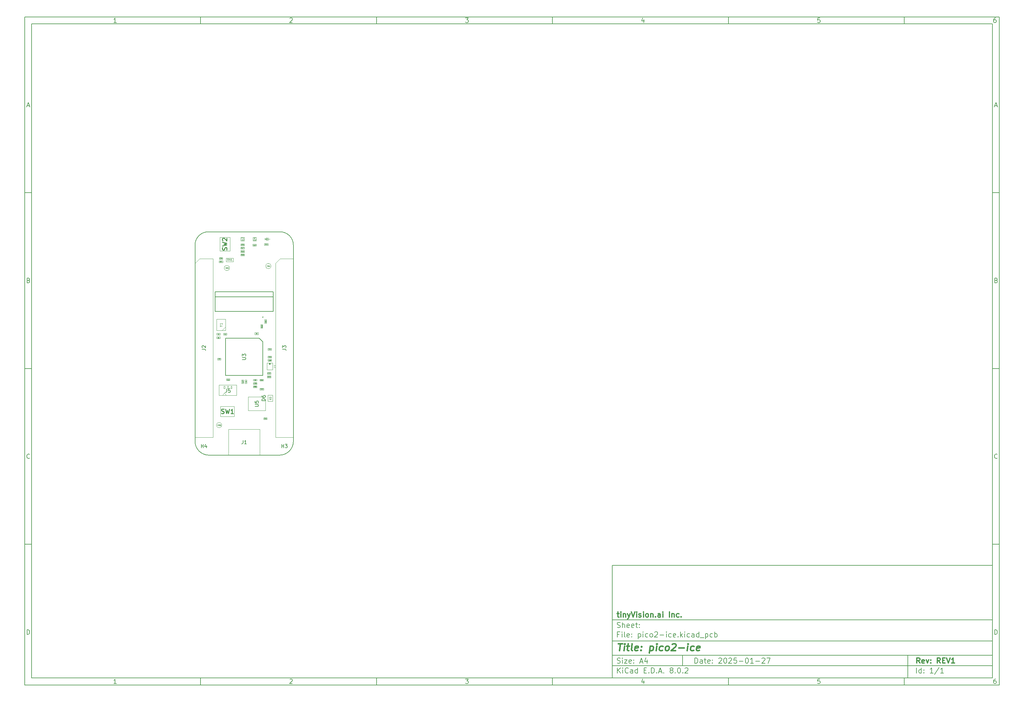
<source format=gbr>
%TF.GenerationSoftware,KiCad,Pcbnew,8.0.2*%
%TF.CreationDate,2025-02-02T23:53:12+05:30*%
%TF.ProjectId,pico2-ice,7069636f-322d-4696-9365-2e6b69636164,REV1*%
%TF.SameCoordinates,Original*%
%TF.FileFunction,AssemblyDrawing,Top*%
%FSLAX46Y46*%
G04 Gerber Fmt 4.6, Leading zero omitted, Abs format (unit mm)*
G04 Created by KiCad (PCBNEW 8.0.2) date 2025-02-02 23:53:12*
%MOMM*%
%LPD*%
G01*
G04 APERTURE LIST*
%ADD10C,0.100000*%
%ADD11C,0.150000*%
%ADD12C,0.300000*%
%ADD13C,0.400000*%
%ADD14C,0.127000*%
%ADD15C,0.040000*%
%ADD16C,0.075000*%
%ADD17C,0.060000*%
%ADD18C,0.254000*%
%ADD19C,0.050000*%
%ADD20C,0.105000*%
%ADD21C,0.273607*%
%ADD22C,0.200000*%
%TA.AperFunction,Profile*%
%ADD23C,0.127000*%
%TD*%
G04 APERTURE END LIST*
D10*
D11*
X177002200Y-166007200D02*
X285002200Y-166007200D01*
X285002200Y-198007200D01*
X177002200Y-198007200D01*
X177002200Y-166007200D01*
D10*
D11*
X10000000Y-10000000D02*
X287002200Y-10000000D01*
X287002200Y-200007200D01*
X10000000Y-200007200D01*
X10000000Y-10000000D01*
D10*
D11*
X12000000Y-12000000D02*
X285002200Y-12000000D01*
X285002200Y-198007200D01*
X12000000Y-198007200D01*
X12000000Y-12000000D01*
D10*
D11*
X60000000Y-12000000D02*
X60000000Y-10000000D01*
D10*
D11*
X110000000Y-12000000D02*
X110000000Y-10000000D01*
D10*
D11*
X160000000Y-12000000D02*
X160000000Y-10000000D01*
D10*
D11*
X210000000Y-12000000D02*
X210000000Y-10000000D01*
D10*
D11*
X260000000Y-12000000D02*
X260000000Y-10000000D01*
D10*
D11*
X36089160Y-11593604D02*
X35346303Y-11593604D01*
X35717731Y-11593604D02*
X35717731Y-10293604D01*
X35717731Y-10293604D02*
X35593922Y-10479319D01*
X35593922Y-10479319D02*
X35470112Y-10603128D01*
X35470112Y-10603128D02*
X35346303Y-10665033D01*
D10*
D11*
X85346303Y-10417414D02*
X85408207Y-10355509D01*
X85408207Y-10355509D02*
X85532017Y-10293604D01*
X85532017Y-10293604D02*
X85841541Y-10293604D01*
X85841541Y-10293604D02*
X85965350Y-10355509D01*
X85965350Y-10355509D02*
X86027255Y-10417414D01*
X86027255Y-10417414D02*
X86089160Y-10541223D01*
X86089160Y-10541223D02*
X86089160Y-10665033D01*
X86089160Y-10665033D02*
X86027255Y-10850747D01*
X86027255Y-10850747D02*
X85284398Y-11593604D01*
X85284398Y-11593604D02*
X86089160Y-11593604D01*
D10*
D11*
X135284398Y-10293604D02*
X136089160Y-10293604D01*
X136089160Y-10293604D02*
X135655826Y-10788842D01*
X135655826Y-10788842D02*
X135841541Y-10788842D01*
X135841541Y-10788842D02*
X135965350Y-10850747D01*
X135965350Y-10850747D02*
X136027255Y-10912652D01*
X136027255Y-10912652D02*
X136089160Y-11036461D01*
X136089160Y-11036461D02*
X136089160Y-11345985D01*
X136089160Y-11345985D02*
X136027255Y-11469795D01*
X136027255Y-11469795D02*
X135965350Y-11531700D01*
X135965350Y-11531700D02*
X135841541Y-11593604D01*
X135841541Y-11593604D02*
X135470112Y-11593604D01*
X135470112Y-11593604D02*
X135346303Y-11531700D01*
X135346303Y-11531700D02*
X135284398Y-11469795D01*
D10*
D11*
X185965350Y-10726938D02*
X185965350Y-11593604D01*
X185655826Y-10231700D02*
X185346303Y-11160271D01*
X185346303Y-11160271D02*
X186151064Y-11160271D01*
D10*
D11*
X236027255Y-10293604D02*
X235408207Y-10293604D01*
X235408207Y-10293604D02*
X235346303Y-10912652D01*
X235346303Y-10912652D02*
X235408207Y-10850747D01*
X235408207Y-10850747D02*
X235532017Y-10788842D01*
X235532017Y-10788842D02*
X235841541Y-10788842D01*
X235841541Y-10788842D02*
X235965350Y-10850747D01*
X235965350Y-10850747D02*
X236027255Y-10912652D01*
X236027255Y-10912652D02*
X236089160Y-11036461D01*
X236089160Y-11036461D02*
X236089160Y-11345985D01*
X236089160Y-11345985D02*
X236027255Y-11469795D01*
X236027255Y-11469795D02*
X235965350Y-11531700D01*
X235965350Y-11531700D02*
X235841541Y-11593604D01*
X235841541Y-11593604D02*
X235532017Y-11593604D01*
X235532017Y-11593604D02*
X235408207Y-11531700D01*
X235408207Y-11531700D02*
X235346303Y-11469795D01*
D10*
D11*
X285965350Y-10293604D02*
X285717731Y-10293604D01*
X285717731Y-10293604D02*
X285593922Y-10355509D01*
X285593922Y-10355509D02*
X285532017Y-10417414D01*
X285532017Y-10417414D02*
X285408207Y-10603128D01*
X285408207Y-10603128D02*
X285346303Y-10850747D01*
X285346303Y-10850747D02*
X285346303Y-11345985D01*
X285346303Y-11345985D02*
X285408207Y-11469795D01*
X285408207Y-11469795D02*
X285470112Y-11531700D01*
X285470112Y-11531700D02*
X285593922Y-11593604D01*
X285593922Y-11593604D02*
X285841541Y-11593604D01*
X285841541Y-11593604D02*
X285965350Y-11531700D01*
X285965350Y-11531700D02*
X286027255Y-11469795D01*
X286027255Y-11469795D02*
X286089160Y-11345985D01*
X286089160Y-11345985D02*
X286089160Y-11036461D01*
X286089160Y-11036461D02*
X286027255Y-10912652D01*
X286027255Y-10912652D02*
X285965350Y-10850747D01*
X285965350Y-10850747D02*
X285841541Y-10788842D01*
X285841541Y-10788842D02*
X285593922Y-10788842D01*
X285593922Y-10788842D02*
X285470112Y-10850747D01*
X285470112Y-10850747D02*
X285408207Y-10912652D01*
X285408207Y-10912652D02*
X285346303Y-11036461D01*
D10*
D11*
X60000000Y-198007200D02*
X60000000Y-200007200D01*
D10*
D11*
X110000000Y-198007200D02*
X110000000Y-200007200D01*
D10*
D11*
X160000000Y-198007200D02*
X160000000Y-200007200D01*
D10*
D11*
X210000000Y-198007200D02*
X210000000Y-200007200D01*
D10*
D11*
X260000000Y-198007200D02*
X260000000Y-200007200D01*
D10*
D11*
X36089160Y-199600804D02*
X35346303Y-199600804D01*
X35717731Y-199600804D02*
X35717731Y-198300804D01*
X35717731Y-198300804D02*
X35593922Y-198486519D01*
X35593922Y-198486519D02*
X35470112Y-198610328D01*
X35470112Y-198610328D02*
X35346303Y-198672233D01*
D10*
D11*
X85346303Y-198424614D02*
X85408207Y-198362709D01*
X85408207Y-198362709D02*
X85532017Y-198300804D01*
X85532017Y-198300804D02*
X85841541Y-198300804D01*
X85841541Y-198300804D02*
X85965350Y-198362709D01*
X85965350Y-198362709D02*
X86027255Y-198424614D01*
X86027255Y-198424614D02*
X86089160Y-198548423D01*
X86089160Y-198548423D02*
X86089160Y-198672233D01*
X86089160Y-198672233D02*
X86027255Y-198857947D01*
X86027255Y-198857947D02*
X85284398Y-199600804D01*
X85284398Y-199600804D02*
X86089160Y-199600804D01*
D10*
D11*
X135284398Y-198300804D02*
X136089160Y-198300804D01*
X136089160Y-198300804D02*
X135655826Y-198796042D01*
X135655826Y-198796042D02*
X135841541Y-198796042D01*
X135841541Y-198796042D02*
X135965350Y-198857947D01*
X135965350Y-198857947D02*
X136027255Y-198919852D01*
X136027255Y-198919852D02*
X136089160Y-199043661D01*
X136089160Y-199043661D02*
X136089160Y-199353185D01*
X136089160Y-199353185D02*
X136027255Y-199476995D01*
X136027255Y-199476995D02*
X135965350Y-199538900D01*
X135965350Y-199538900D02*
X135841541Y-199600804D01*
X135841541Y-199600804D02*
X135470112Y-199600804D01*
X135470112Y-199600804D02*
X135346303Y-199538900D01*
X135346303Y-199538900D02*
X135284398Y-199476995D01*
D10*
D11*
X185965350Y-198734138D02*
X185965350Y-199600804D01*
X185655826Y-198238900D02*
X185346303Y-199167471D01*
X185346303Y-199167471D02*
X186151064Y-199167471D01*
D10*
D11*
X236027255Y-198300804D02*
X235408207Y-198300804D01*
X235408207Y-198300804D02*
X235346303Y-198919852D01*
X235346303Y-198919852D02*
X235408207Y-198857947D01*
X235408207Y-198857947D02*
X235532017Y-198796042D01*
X235532017Y-198796042D02*
X235841541Y-198796042D01*
X235841541Y-198796042D02*
X235965350Y-198857947D01*
X235965350Y-198857947D02*
X236027255Y-198919852D01*
X236027255Y-198919852D02*
X236089160Y-199043661D01*
X236089160Y-199043661D02*
X236089160Y-199353185D01*
X236089160Y-199353185D02*
X236027255Y-199476995D01*
X236027255Y-199476995D02*
X235965350Y-199538900D01*
X235965350Y-199538900D02*
X235841541Y-199600804D01*
X235841541Y-199600804D02*
X235532017Y-199600804D01*
X235532017Y-199600804D02*
X235408207Y-199538900D01*
X235408207Y-199538900D02*
X235346303Y-199476995D01*
D10*
D11*
X285965350Y-198300804D02*
X285717731Y-198300804D01*
X285717731Y-198300804D02*
X285593922Y-198362709D01*
X285593922Y-198362709D02*
X285532017Y-198424614D01*
X285532017Y-198424614D02*
X285408207Y-198610328D01*
X285408207Y-198610328D02*
X285346303Y-198857947D01*
X285346303Y-198857947D02*
X285346303Y-199353185D01*
X285346303Y-199353185D02*
X285408207Y-199476995D01*
X285408207Y-199476995D02*
X285470112Y-199538900D01*
X285470112Y-199538900D02*
X285593922Y-199600804D01*
X285593922Y-199600804D02*
X285841541Y-199600804D01*
X285841541Y-199600804D02*
X285965350Y-199538900D01*
X285965350Y-199538900D02*
X286027255Y-199476995D01*
X286027255Y-199476995D02*
X286089160Y-199353185D01*
X286089160Y-199353185D02*
X286089160Y-199043661D01*
X286089160Y-199043661D02*
X286027255Y-198919852D01*
X286027255Y-198919852D02*
X285965350Y-198857947D01*
X285965350Y-198857947D02*
X285841541Y-198796042D01*
X285841541Y-198796042D02*
X285593922Y-198796042D01*
X285593922Y-198796042D02*
X285470112Y-198857947D01*
X285470112Y-198857947D02*
X285408207Y-198919852D01*
X285408207Y-198919852D02*
X285346303Y-199043661D01*
D10*
D11*
X10000000Y-60000000D02*
X12000000Y-60000000D01*
D10*
D11*
X10000000Y-110000000D02*
X12000000Y-110000000D01*
D10*
D11*
X10000000Y-160000000D02*
X12000000Y-160000000D01*
D10*
D11*
X10690476Y-35222176D02*
X11309523Y-35222176D01*
X10566666Y-35593604D02*
X10999999Y-34293604D01*
X10999999Y-34293604D02*
X11433333Y-35593604D01*
D10*
D11*
X11092857Y-84912652D02*
X11278571Y-84974557D01*
X11278571Y-84974557D02*
X11340476Y-85036461D01*
X11340476Y-85036461D02*
X11402380Y-85160271D01*
X11402380Y-85160271D02*
X11402380Y-85345985D01*
X11402380Y-85345985D02*
X11340476Y-85469795D01*
X11340476Y-85469795D02*
X11278571Y-85531700D01*
X11278571Y-85531700D02*
X11154761Y-85593604D01*
X11154761Y-85593604D02*
X10659523Y-85593604D01*
X10659523Y-85593604D02*
X10659523Y-84293604D01*
X10659523Y-84293604D02*
X11092857Y-84293604D01*
X11092857Y-84293604D02*
X11216666Y-84355509D01*
X11216666Y-84355509D02*
X11278571Y-84417414D01*
X11278571Y-84417414D02*
X11340476Y-84541223D01*
X11340476Y-84541223D02*
X11340476Y-84665033D01*
X11340476Y-84665033D02*
X11278571Y-84788842D01*
X11278571Y-84788842D02*
X11216666Y-84850747D01*
X11216666Y-84850747D02*
X11092857Y-84912652D01*
X11092857Y-84912652D02*
X10659523Y-84912652D01*
D10*
D11*
X11402380Y-135469795D02*
X11340476Y-135531700D01*
X11340476Y-135531700D02*
X11154761Y-135593604D01*
X11154761Y-135593604D02*
X11030952Y-135593604D01*
X11030952Y-135593604D02*
X10845238Y-135531700D01*
X10845238Y-135531700D02*
X10721428Y-135407890D01*
X10721428Y-135407890D02*
X10659523Y-135284080D01*
X10659523Y-135284080D02*
X10597619Y-135036461D01*
X10597619Y-135036461D02*
X10597619Y-134850747D01*
X10597619Y-134850747D02*
X10659523Y-134603128D01*
X10659523Y-134603128D02*
X10721428Y-134479319D01*
X10721428Y-134479319D02*
X10845238Y-134355509D01*
X10845238Y-134355509D02*
X11030952Y-134293604D01*
X11030952Y-134293604D02*
X11154761Y-134293604D01*
X11154761Y-134293604D02*
X11340476Y-134355509D01*
X11340476Y-134355509D02*
X11402380Y-134417414D01*
D10*
D11*
X10659523Y-185593604D02*
X10659523Y-184293604D01*
X10659523Y-184293604D02*
X10969047Y-184293604D01*
X10969047Y-184293604D02*
X11154761Y-184355509D01*
X11154761Y-184355509D02*
X11278571Y-184479319D01*
X11278571Y-184479319D02*
X11340476Y-184603128D01*
X11340476Y-184603128D02*
X11402380Y-184850747D01*
X11402380Y-184850747D02*
X11402380Y-185036461D01*
X11402380Y-185036461D02*
X11340476Y-185284080D01*
X11340476Y-185284080D02*
X11278571Y-185407890D01*
X11278571Y-185407890D02*
X11154761Y-185531700D01*
X11154761Y-185531700D02*
X10969047Y-185593604D01*
X10969047Y-185593604D02*
X10659523Y-185593604D01*
D10*
D11*
X287002200Y-60000000D02*
X285002200Y-60000000D01*
D10*
D11*
X287002200Y-110000000D02*
X285002200Y-110000000D01*
D10*
D11*
X287002200Y-160000000D02*
X285002200Y-160000000D01*
D10*
D11*
X285692676Y-35222176D02*
X286311723Y-35222176D01*
X285568866Y-35593604D02*
X286002199Y-34293604D01*
X286002199Y-34293604D02*
X286435533Y-35593604D01*
D10*
D11*
X286095057Y-84912652D02*
X286280771Y-84974557D01*
X286280771Y-84974557D02*
X286342676Y-85036461D01*
X286342676Y-85036461D02*
X286404580Y-85160271D01*
X286404580Y-85160271D02*
X286404580Y-85345985D01*
X286404580Y-85345985D02*
X286342676Y-85469795D01*
X286342676Y-85469795D02*
X286280771Y-85531700D01*
X286280771Y-85531700D02*
X286156961Y-85593604D01*
X286156961Y-85593604D02*
X285661723Y-85593604D01*
X285661723Y-85593604D02*
X285661723Y-84293604D01*
X285661723Y-84293604D02*
X286095057Y-84293604D01*
X286095057Y-84293604D02*
X286218866Y-84355509D01*
X286218866Y-84355509D02*
X286280771Y-84417414D01*
X286280771Y-84417414D02*
X286342676Y-84541223D01*
X286342676Y-84541223D02*
X286342676Y-84665033D01*
X286342676Y-84665033D02*
X286280771Y-84788842D01*
X286280771Y-84788842D02*
X286218866Y-84850747D01*
X286218866Y-84850747D02*
X286095057Y-84912652D01*
X286095057Y-84912652D02*
X285661723Y-84912652D01*
D10*
D11*
X286404580Y-135469795D02*
X286342676Y-135531700D01*
X286342676Y-135531700D02*
X286156961Y-135593604D01*
X286156961Y-135593604D02*
X286033152Y-135593604D01*
X286033152Y-135593604D02*
X285847438Y-135531700D01*
X285847438Y-135531700D02*
X285723628Y-135407890D01*
X285723628Y-135407890D02*
X285661723Y-135284080D01*
X285661723Y-135284080D02*
X285599819Y-135036461D01*
X285599819Y-135036461D02*
X285599819Y-134850747D01*
X285599819Y-134850747D02*
X285661723Y-134603128D01*
X285661723Y-134603128D02*
X285723628Y-134479319D01*
X285723628Y-134479319D02*
X285847438Y-134355509D01*
X285847438Y-134355509D02*
X286033152Y-134293604D01*
X286033152Y-134293604D02*
X286156961Y-134293604D01*
X286156961Y-134293604D02*
X286342676Y-134355509D01*
X286342676Y-134355509D02*
X286404580Y-134417414D01*
D10*
D11*
X285661723Y-185593604D02*
X285661723Y-184293604D01*
X285661723Y-184293604D02*
X285971247Y-184293604D01*
X285971247Y-184293604D02*
X286156961Y-184355509D01*
X286156961Y-184355509D02*
X286280771Y-184479319D01*
X286280771Y-184479319D02*
X286342676Y-184603128D01*
X286342676Y-184603128D02*
X286404580Y-184850747D01*
X286404580Y-184850747D02*
X286404580Y-185036461D01*
X286404580Y-185036461D02*
X286342676Y-185284080D01*
X286342676Y-185284080D02*
X286280771Y-185407890D01*
X286280771Y-185407890D02*
X286156961Y-185531700D01*
X286156961Y-185531700D02*
X285971247Y-185593604D01*
X285971247Y-185593604D02*
X285661723Y-185593604D01*
D10*
D11*
X200458026Y-193793328D02*
X200458026Y-192293328D01*
X200458026Y-192293328D02*
X200815169Y-192293328D01*
X200815169Y-192293328D02*
X201029455Y-192364757D01*
X201029455Y-192364757D02*
X201172312Y-192507614D01*
X201172312Y-192507614D02*
X201243741Y-192650471D01*
X201243741Y-192650471D02*
X201315169Y-192936185D01*
X201315169Y-192936185D02*
X201315169Y-193150471D01*
X201315169Y-193150471D02*
X201243741Y-193436185D01*
X201243741Y-193436185D02*
X201172312Y-193579042D01*
X201172312Y-193579042D02*
X201029455Y-193721900D01*
X201029455Y-193721900D02*
X200815169Y-193793328D01*
X200815169Y-193793328D02*
X200458026Y-193793328D01*
X202600884Y-193793328D02*
X202600884Y-193007614D01*
X202600884Y-193007614D02*
X202529455Y-192864757D01*
X202529455Y-192864757D02*
X202386598Y-192793328D01*
X202386598Y-192793328D02*
X202100884Y-192793328D01*
X202100884Y-192793328D02*
X201958026Y-192864757D01*
X202600884Y-193721900D02*
X202458026Y-193793328D01*
X202458026Y-193793328D02*
X202100884Y-193793328D01*
X202100884Y-193793328D02*
X201958026Y-193721900D01*
X201958026Y-193721900D02*
X201886598Y-193579042D01*
X201886598Y-193579042D02*
X201886598Y-193436185D01*
X201886598Y-193436185D02*
X201958026Y-193293328D01*
X201958026Y-193293328D02*
X202100884Y-193221900D01*
X202100884Y-193221900D02*
X202458026Y-193221900D01*
X202458026Y-193221900D02*
X202600884Y-193150471D01*
X203100884Y-192793328D02*
X203672312Y-192793328D01*
X203315169Y-192293328D02*
X203315169Y-193579042D01*
X203315169Y-193579042D02*
X203386598Y-193721900D01*
X203386598Y-193721900D02*
X203529455Y-193793328D01*
X203529455Y-193793328D02*
X203672312Y-193793328D01*
X204743741Y-193721900D02*
X204600884Y-193793328D01*
X204600884Y-193793328D02*
X204315170Y-193793328D01*
X204315170Y-193793328D02*
X204172312Y-193721900D01*
X204172312Y-193721900D02*
X204100884Y-193579042D01*
X204100884Y-193579042D02*
X204100884Y-193007614D01*
X204100884Y-193007614D02*
X204172312Y-192864757D01*
X204172312Y-192864757D02*
X204315170Y-192793328D01*
X204315170Y-192793328D02*
X204600884Y-192793328D01*
X204600884Y-192793328D02*
X204743741Y-192864757D01*
X204743741Y-192864757D02*
X204815170Y-193007614D01*
X204815170Y-193007614D02*
X204815170Y-193150471D01*
X204815170Y-193150471D02*
X204100884Y-193293328D01*
X205458026Y-193650471D02*
X205529455Y-193721900D01*
X205529455Y-193721900D02*
X205458026Y-193793328D01*
X205458026Y-193793328D02*
X205386598Y-193721900D01*
X205386598Y-193721900D02*
X205458026Y-193650471D01*
X205458026Y-193650471D02*
X205458026Y-193793328D01*
X205458026Y-192864757D02*
X205529455Y-192936185D01*
X205529455Y-192936185D02*
X205458026Y-193007614D01*
X205458026Y-193007614D02*
X205386598Y-192936185D01*
X205386598Y-192936185D02*
X205458026Y-192864757D01*
X205458026Y-192864757D02*
X205458026Y-193007614D01*
X207243741Y-192436185D02*
X207315169Y-192364757D01*
X207315169Y-192364757D02*
X207458027Y-192293328D01*
X207458027Y-192293328D02*
X207815169Y-192293328D01*
X207815169Y-192293328D02*
X207958027Y-192364757D01*
X207958027Y-192364757D02*
X208029455Y-192436185D01*
X208029455Y-192436185D02*
X208100884Y-192579042D01*
X208100884Y-192579042D02*
X208100884Y-192721900D01*
X208100884Y-192721900D02*
X208029455Y-192936185D01*
X208029455Y-192936185D02*
X207172312Y-193793328D01*
X207172312Y-193793328D02*
X208100884Y-193793328D01*
X209029455Y-192293328D02*
X209172312Y-192293328D01*
X209172312Y-192293328D02*
X209315169Y-192364757D01*
X209315169Y-192364757D02*
X209386598Y-192436185D01*
X209386598Y-192436185D02*
X209458026Y-192579042D01*
X209458026Y-192579042D02*
X209529455Y-192864757D01*
X209529455Y-192864757D02*
X209529455Y-193221900D01*
X209529455Y-193221900D02*
X209458026Y-193507614D01*
X209458026Y-193507614D02*
X209386598Y-193650471D01*
X209386598Y-193650471D02*
X209315169Y-193721900D01*
X209315169Y-193721900D02*
X209172312Y-193793328D01*
X209172312Y-193793328D02*
X209029455Y-193793328D01*
X209029455Y-193793328D02*
X208886598Y-193721900D01*
X208886598Y-193721900D02*
X208815169Y-193650471D01*
X208815169Y-193650471D02*
X208743740Y-193507614D01*
X208743740Y-193507614D02*
X208672312Y-193221900D01*
X208672312Y-193221900D02*
X208672312Y-192864757D01*
X208672312Y-192864757D02*
X208743740Y-192579042D01*
X208743740Y-192579042D02*
X208815169Y-192436185D01*
X208815169Y-192436185D02*
X208886598Y-192364757D01*
X208886598Y-192364757D02*
X209029455Y-192293328D01*
X210100883Y-192436185D02*
X210172311Y-192364757D01*
X210172311Y-192364757D02*
X210315169Y-192293328D01*
X210315169Y-192293328D02*
X210672311Y-192293328D01*
X210672311Y-192293328D02*
X210815169Y-192364757D01*
X210815169Y-192364757D02*
X210886597Y-192436185D01*
X210886597Y-192436185D02*
X210958026Y-192579042D01*
X210958026Y-192579042D02*
X210958026Y-192721900D01*
X210958026Y-192721900D02*
X210886597Y-192936185D01*
X210886597Y-192936185D02*
X210029454Y-193793328D01*
X210029454Y-193793328D02*
X210958026Y-193793328D01*
X212315168Y-192293328D02*
X211600882Y-192293328D01*
X211600882Y-192293328D02*
X211529454Y-193007614D01*
X211529454Y-193007614D02*
X211600882Y-192936185D01*
X211600882Y-192936185D02*
X211743740Y-192864757D01*
X211743740Y-192864757D02*
X212100882Y-192864757D01*
X212100882Y-192864757D02*
X212243740Y-192936185D01*
X212243740Y-192936185D02*
X212315168Y-193007614D01*
X212315168Y-193007614D02*
X212386597Y-193150471D01*
X212386597Y-193150471D02*
X212386597Y-193507614D01*
X212386597Y-193507614D02*
X212315168Y-193650471D01*
X212315168Y-193650471D02*
X212243740Y-193721900D01*
X212243740Y-193721900D02*
X212100882Y-193793328D01*
X212100882Y-193793328D02*
X211743740Y-193793328D01*
X211743740Y-193793328D02*
X211600882Y-193721900D01*
X211600882Y-193721900D02*
X211529454Y-193650471D01*
X213029453Y-193221900D02*
X214172311Y-193221900D01*
X215172311Y-192293328D02*
X215315168Y-192293328D01*
X215315168Y-192293328D02*
X215458025Y-192364757D01*
X215458025Y-192364757D02*
X215529454Y-192436185D01*
X215529454Y-192436185D02*
X215600882Y-192579042D01*
X215600882Y-192579042D02*
X215672311Y-192864757D01*
X215672311Y-192864757D02*
X215672311Y-193221900D01*
X215672311Y-193221900D02*
X215600882Y-193507614D01*
X215600882Y-193507614D02*
X215529454Y-193650471D01*
X215529454Y-193650471D02*
X215458025Y-193721900D01*
X215458025Y-193721900D02*
X215315168Y-193793328D01*
X215315168Y-193793328D02*
X215172311Y-193793328D01*
X215172311Y-193793328D02*
X215029454Y-193721900D01*
X215029454Y-193721900D02*
X214958025Y-193650471D01*
X214958025Y-193650471D02*
X214886596Y-193507614D01*
X214886596Y-193507614D02*
X214815168Y-193221900D01*
X214815168Y-193221900D02*
X214815168Y-192864757D01*
X214815168Y-192864757D02*
X214886596Y-192579042D01*
X214886596Y-192579042D02*
X214958025Y-192436185D01*
X214958025Y-192436185D02*
X215029454Y-192364757D01*
X215029454Y-192364757D02*
X215172311Y-192293328D01*
X217100882Y-193793328D02*
X216243739Y-193793328D01*
X216672310Y-193793328D02*
X216672310Y-192293328D01*
X216672310Y-192293328D02*
X216529453Y-192507614D01*
X216529453Y-192507614D02*
X216386596Y-192650471D01*
X216386596Y-192650471D02*
X216243739Y-192721900D01*
X217743738Y-193221900D02*
X218886596Y-193221900D01*
X219529453Y-192436185D02*
X219600881Y-192364757D01*
X219600881Y-192364757D02*
X219743739Y-192293328D01*
X219743739Y-192293328D02*
X220100881Y-192293328D01*
X220100881Y-192293328D02*
X220243739Y-192364757D01*
X220243739Y-192364757D02*
X220315167Y-192436185D01*
X220315167Y-192436185D02*
X220386596Y-192579042D01*
X220386596Y-192579042D02*
X220386596Y-192721900D01*
X220386596Y-192721900D02*
X220315167Y-192936185D01*
X220315167Y-192936185D02*
X219458024Y-193793328D01*
X219458024Y-193793328D02*
X220386596Y-193793328D01*
X220886595Y-192293328D02*
X221886595Y-192293328D01*
X221886595Y-192293328D02*
X221243738Y-193793328D01*
D10*
D11*
X177002200Y-194507200D02*
X285002200Y-194507200D01*
D10*
D11*
X178458026Y-196593328D02*
X178458026Y-195093328D01*
X179315169Y-196593328D02*
X178672312Y-195736185D01*
X179315169Y-195093328D02*
X178458026Y-195950471D01*
X179958026Y-196593328D02*
X179958026Y-195593328D01*
X179958026Y-195093328D02*
X179886598Y-195164757D01*
X179886598Y-195164757D02*
X179958026Y-195236185D01*
X179958026Y-195236185D02*
X180029455Y-195164757D01*
X180029455Y-195164757D02*
X179958026Y-195093328D01*
X179958026Y-195093328D02*
X179958026Y-195236185D01*
X181529455Y-196450471D02*
X181458027Y-196521900D01*
X181458027Y-196521900D02*
X181243741Y-196593328D01*
X181243741Y-196593328D02*
X181100884Y-196593328D01*
X181100884Y-196593328D02*
X180886598Y-196521900D01*
X180886598Y-196521900D02*
X180743741Y-196379042D01*
X180743741Y-196379042D02*
X180672312Y-196236185D01*
X180672312Y-196236185D02*
X180600884Y-195950471D01*
X180600884Y-195950471D02*
X180600884Y-195736185D01*
X180600884Y-195736185D02*
X180672312Y-195450471D01*
X180672312Y-195450471D02*
X180743741Y-195307614D01*
X180743741Y-195307614D02*
X180886598Y-195164757D01*
X180886598Y-195164757D02*
X181100884Y-195093328D01*
X181100884Y-195093328D02*
X181243741Y-195093328D01*
X181243741Y-195093328D02*
X181458027Y-195164757D01*
X181458027Y-195164757D02*
X181529455Y-195236185D01*
X182815170Y-196593328D02*
X182815170Y-195807614D01*
X182815170Y-195807614D02*
X182743741Y-195664757D01*
X182743741Y-195664757D02*
X182600884Y-195593328D01*
X182600884Y-195593328D02*
X182315170Y-195593328D01*
X182315170Y-195593328D02*
X182172312Y-195664757D01*
X182815170Y-196521900D02*
X182672312Y-196593328D01*
X182672312Y-196593328D02*
X182315170Y-196593328D01*
X182315170Y-196593328D02*
X182172312Y-196521900D01*
X182172312Y-196521900D02*
X182100884Y-196379042D01*
X182100884Y-196379042D02*
X182100884Y-196236185D01*
X182100884Y-196236185D02*
X182172312Y-196093328D01*
X182172312Y-196093328D02*
X182315170Y-196021900D01*
X182315170Y-196021900D02*
X182672312Y-196021900D01*
X182672312Y-196021900D02*
X182815170Y-195950471D01*
X184172313Y-196593328D02*
X184172313Y-195093328D01*
X184172313Y-196521900D02*
X184029455Y-196593328D01*
X184029455Y-196593328D02*
X183743741Y-196593328D01*
X183743741Y-196593328D02*
X183600884Y-196521900D01*
X183600884Y-196521900D02*
X183529455Y-196450471D01*
X183529455Y-196450471D02*
X183458027Y-196307614D01*
X183458027Y-196307614D02*
X183458027Y-195879042D01*
X183458027Y-195879042D02*
X183529455Y-195736185D01*
X183529455Y-195736185D02*
X183600884Y-195664757D01*
X183600884Y-195664757D02*
X183743741Y-195593328D01*
X183743741Y-195593328D02*
X184029455Y-195593328D01*
X184029455Y-195593328D02*
X184172313Y-195664757D01*
X186029455Y-195807614D02*
X186529455Y-195807614D01*
X186743741Y-196593328D02*
X186029455Y-196593328D01*
X186029455Y-196593328D02*
X186029455Y-195093328D01*
X186029455Y-195093328D02*
X186743741Y-195093328D01*
X187386598Y-196450471D02*
X187458027Y-196521900D01*
X187458027Y-196521900D02*
X187386598Y-196593328D01*
X187386598Y-196593328D02*
X187315170Y-196521900D01*
X187315170Y-196521900D02*
X187386598Y-196450471D01*
X187386598Y-196450471D02*
X187386598Y-196593328D01*
X188100884Y-196593328D02*
X188100884Y-195093328D01*
X188100884Y-195093328D02*
X188458027Y-195093328D01*
X188458027Y-195093328D02*
X188672313Y-195164757D01*
X188672313Y-195164757D02*
X188815170Y-195307614D01*
X188815170Y-195307614D02*
X188886599Y-195450471D01*
X188886599Y-195450471D02*
X188958027Y-195736185D01*
X188958027Y-195736185D02*
X188958027Y-195950471D01*
X188958027Y-195950471D02*
X188886599Y-196236185D01*
X188886599Y-196236185D02*
X188815170Y-196379042D01*
X188815170Y-196379042D02*
X188672313Y-196521900D01*
X188672313Y-196521900D02*
X188458027Y-196593328D01*
X188458027Y-196593328D02*
X188100884Y-196593328D01*
X189600884Y-196450471D02*
X189672313Y-196521900D01*
X189672313Y-196521900D02*
X189600884Y-196593328D01*
X189600884Y-196593328D02*
X189529456Y-196521900D01*
X189529456Y-196521900D02*
X189600884Y-196450471D01*
X189600884Y-196450471D02*
X189600884Y-196593328D01*
X190243742Y-196164757D02*
X190958028Y-196164757D01*
X190100885Y-196593328D02*
X190600885Y-195093328D01*
X190600885Y-195093328D02*
X191100885Y-196593328D01*
X191600884Y-196450471D02*
X191672313Y-196521900D01*
X191672313Y-196521900D02*
X191600884Y-196593328D01*
X191600884Y-196593328D02*
X191529456Y-196521900D01*
X191529456Y-196521900D02*
X191600884Y-196450471D01*
X191600884Y-196450471D02*
X191600884Y-196593328D01*
X193672313Y-195736185D02*
X193529456Y-195664757D01*
X193529456Y-195664757D02*
X193458027Y-195593328D01*
X193458027Y-195593328D02*
X193386599Y-195450471D01*
X193386599Y-195450471D02*
X193386599Y-195379042D01*
X193386599Y-195379042D02*
X193458027Y-195236185D01*
X193458027Y-195236185D02*
X193529456Y-195164757D01*
X193529456Y-195164757D02*
X193672313Y-195093328D01*
X193672313Y-195093328D02*
X193958027Y-195093328D01*
X193958027Y-195093328D02*
X194100885Y-195164757D01*
X194100885Y-195164757D02*
X194172313Y-195236185D01*
X194172313Y-195236185D02*
X194243742Y-195379042D01*
X194243742Y-195379042D02*
X194243742Y-195450471D01*
X194243742Y-195450471D02*
X194172313Y-195593328D01*
X194172313Y-195593328D02*
X194100885Y-195664757D01*
X194100885Y-195664757D02*
X193958027Y-195736185D01*
X193958027Y-195736185D02*
X193672313Y-195736185D01*
X193672313Y-195736185D02*
X193529456Y-195807614D01*
X193529456Y-195807614D02*
X193458027Y-195879042D01*
X193458027Y-195879042D02*
X193386599Y-196021900D01*
X193386599Y-196021900D02*
X193386599Y-196307614D01*
X193386599Y-196307614D02*
X193458027Y-196450471D01*
X193458027Y-196450471D02*
X193529456Y-196521900D01*
X193529456Y-196521900D02*
X193672313Y-196593328D01*
X193672313Y-196593328D02*
X193958027Y-196593328D01*
X193958027Y-196593328D02*
X194100885Y-196521900D01*
X194100885Y-196521900D02*
X194172313Y-196450471D01*
X194172313Y-196450471D02*
X194243742Y-196307614D01*
X194243742Y-196307614D02*
X194243742Y-196021900D01*
X194243742Y-196021900D02*
X194172313Y-195879042D01*
X194172313Y-195879042D02*
X194100885Y-195807614D01*
X194100885Y-195807614D02*
X193958027Y-195736185D01*
X194886598Y-196450471D02*
X194958027Y-196521900D01*
X194958027Y-196521900D02*
X194886598Y-196593328D01*
X194886598Y-196593328D02*
X194815170Y-196521900D01*
X194815170Y-196521900D02*
X194886598Y-196450471D01*
X194886598Y-196450471D02*
X194886598Y-196593328D01*
X195886599Y-195093328D02*
X196029456Y-195093328D01*
X196029456Y-195093328D02*
X196172313Y-195164757D01*
X196172313Y-195164757D02*
X196243742Y-195236185D01*
X196243742Y-195236185D02*
X196315170Y-195379042D01*
X196315170Y-195379042D02*
X196386599Y-195664757D01*
X196386599Y-195664757D02*
X196386599Y-196021900D01*
X196386599Y-196021900D02*
X196315170Y-196307614D01*
X196315170Y-196307614D02*
X196243742Y-196450471D01*
X196243742Y-196450471D02*
X196172313Y-196521900D01*
X196172313Y-196521900D02*
X196029456Y-196593328D01*
X196029456Y-196593328D02*
X195886599Y-196593328D01*
X195886599Y-196593328D02*
X195743742Y-196521900D01*
X195743742Y-196521900D02*
X195672313Y-196450471D01*
X195672313Y-196450471D02*
X195600884Y-196307614D01*
X195600884Y-196307614D02*
X195529456Y-196021900D01*
X195529456Y-196021900D02*
X195529456Y-195664757D01*
X195529456Y-195664757D02*
X195600884Y-195379042D01*
X195600884Y-195379042D02*
X195672313Y-195236185D01*
X195672313Y-195236185D02*
X195743742Y-195164757D01*
X195743742Y-195164757D02*
X195886599Y-195093328D01*
X197029455Y-196450471D02*
X197100884Y-196521900D01*
X197100884Y-196521900D02*
X197029455Y-196593328D01*
X197029455Y-196593328D02*
X196958027Y-196521900D01*
X196958027Y-196521900D02*
X197029455Y-196450471D01*
X197029455Y-196450471D02*
X197029455Y-196593328D01*
X197672313Y-195236185D02*
X197743741Y-195164757D01*
X197743741Y-195164757D02*
X197886599Y-195093328D01*
X197886599Y-195093328D02*
X198243741Y-195093328D01*
X198243741Y-195093328D02*
X198386599Y-195164757D01*
X198386599Y-195164757D02*
X198458027Y-195236185D01*
X198458027Y-195236185D02*
X198529456Y-195379042D01*
X198529456Y-195379042D02*
X198529456Y-195521900D01*
X198529456Y-195521900D02*
X198458027Y-195736185D01*
X198458027Y-195736185D02*
X197600884Y-196593328D01*
X197600884Y-196593328D02*
X198529456Y-196593328D01*
D10*
D11*
X177002200Y-191507200D02*
X285002200Y-191507200D01*
D10*
D12*
X264413853Y-193785528D02*
X263913853Y-193071242D01*
X263556710Y-193785528D02*
X263556710Y-192285528D01*
X263556710Y-192285528D02*
X264128139Y-192285528D01*
X264128139Y-192285528D02*
X264270996Y-192356957D01*
X264270996Y-192356957D02*
X264342425Y-192428385D01*
X264342425Y-192428385D02*
X264413853Y-192571242D01*
X264413853Y-192571242D02*
X264413853Y-192785528D01*
X264413853Y-192785528D02*
X264342425Y-192928385D01*
X264342425Y-192928385D02*
X264270996Y-192999814D01*
X264270996Y-192999814D02*
X264128139Y-193071242D01*
X264128139Y-193071242D02*
X263556710Y-193071242D01*
X265628139Y-193714100D02*
X265485282Y-193785528D01*
X265485282Y-193785528D02*
X265199568Y-193785528D01*
X265199568Y-193785528D02*
X265056710Y-193714100D01*
X265056710Y-193714100D02*
X264985282Y-193571242D01*
X264985282Y-193571242D02*
X264985282Y-192999814D01*
X264985282Y-192999814D02*
X265056710Y-192856957D01*
X265056710Y-192856957D02*
X265199568Y-192785528D01*
X265199568Y-192785528D02*
X265485282Y-192785528D01*
X265485282Y-192785528D02*
X265628139Y-192856957D01*
X265628139Y-192856957D02*
X265699568Y-192999814D01*
X265699568Y-192999814D02*
X265699568Y-193142671D01*
X265699568Y-193142671D02*
X264985282Y-193285528D01*
X266199567Y-192785528D02*
X266556710Y-193785528D01*
X266556710Y-193785528D02*
X266913853Y-192785528D01*
X267485281Y-193642671D02*
X267556710Y-193714100D01*
X267556710Y-193714100D02*
X267485281Y-193785528D01*
X267485281Y-193785528D02*
X267413853Y-193714100D01*
X267413853Y-193714100D02*
X267485281Y-193642671D01*
X267485281Y-193642671D02*
X267485281Y-193785528D01*
X267485281Y-192856957D02*
X267556710Y-192928385D01*
X267556710Y-192928385D02*
X267485281Y-192999814D01*
X267485281Y-192999814D02*
X267413853Y-192928385D01*
X267413853Y-192928385D02*
X267485281Y-192856957D01*
X267485281Y-192856957D02*
X267485281Y-192999814D01*
X270199567Y-193785528D02*
X269699567Y-193071242D01*
X269342424Y-193785528D02*
X269342424Y-192285528D01*
X269342424Y-192285528D02*
X269913853Y-192285528D01*
X269913853Y-192285528D02*
X270056710Y-192356957D01*
X270056710Y-192356957D02*
X270128139Y-192428385D01*
X270128139Y-192428385D02*
X270199567Y-192571242D01*
X270199567Y-192571242D02*
X270199567Y-192785528D01*
X270199567Y-192785528D02*
X270128139Y-192928385D01*
X270128139Y-192928385D02*
X270056710Y-192999814D01*
X270056710Y-192999814D02*
X269913853Y-193071242D01*
X269913853Y-193071242D02*
X269342424Y-193071242D01*
X270842424Y-192999814D02*
X271342424Y-192999814D01*
X271556710Y-193785528D02*
X270842424Y-193785528D01*
X270842424Y-193785528D02*
X270842424Y-192285528D01*
X270842424Y-192285528D02*
X271556710Y-192285528D01*
X271985282Y-192285528D02*
X272485282Y-193785528D01*
X272485282Y-193785528D02*
X272985282Y-192285528D01*
X274270996Y-193785528D02*
X273413853Y-193785528D01*
X273842424Y-193785528D02*
X273842424Y-192285528D01*
X273842424Y-192285528D02*
X273699567Y-192499814D01*
X273699567Y-192499814D02*
X273556710Y-192642671D01*
X273556710Y-192642671D02*
X273413853Y-192714100D01*
D10*
D11*
X178386598Y-193721900D02*
X178600884Y-193793328D01*
X178600884Y-193793328D02*
X178958026Y-193793328D01*
X178958026Y-193793328D02*
X179100884Y-193721900D01*
X179100884Y-193721900D02*
X179172312Y-193650471D01*
X179172312Y-193650471D02*
X179243741Y-193507614D01*
X179243741Y-193507614D02*
X179243741Y-193364757D01*
X179243741Y-193364757D02*
X179172312Y-193221900D01*
X179172312Y-193221900D02*
X179100884Y-193150471D01*
X179100884Y-193150471D02*
X178958026Y-193079042D01*
X178958026Y-193079042D02*
X178672312Y-193007614D01*
X178672312Y-193007614D02*
X178529455Y-192936185D01*
X178529455Y-192936185D02*
X178458026Y-192864757D01*
X178458026Y-192864757D02*
X178386598Y-192721900D01*
X178386598Y-192721900D02*
X178386598Y-192579042D01*
X178386598Y-192579042D02*
X178458026Y-192436185D01*
X178458026Y-192436185D02*
X178529455Y-192364757D01*
X178529455Y-192364757D02*
X178672312Y-192293328D01*
X178672312Y-192293328D02*
X179029455Y-192293328D01*
X179029455Y-192293328D02*
X179243741Y-192364757D01*
X179886597Y-193793328D02*
X179886597Y-192793328D01*
X179886597Y-192293328D02*
X179815169Y-192364757D01*
X179815169Y-192364757D02*
X179886597Y-192436185D01*
X179886597Y-192436185D02*
X179958026Y-192364757D01*
X179958026Y-192364757D02*
X179886597Y-192293328D01*
X179886597Y-192293328D02*
X179886597Y-192436185D01*
X180458026Y-192793328D02*
X181243741Y-192793328D01*
X181243741Y-192793328D02*
X180458026Y-193793328D01*
X180458026Y-193793328D02*
X181243741Y-193793328D01*
X182386598Y-193721900D02*
X182243741Y-193793328D01*
X182243741Y-193793328D02*
X181958027Y-193793328D01*
X181958027Y-193793328D02*
X181815169Y-193721900D01*
X181815169Y-193721900D02*
X181743741Y-193579042D01*
X181743741Y-193579042D02*
X181743741Y-193007614D01*
X181743741Y-193007614D02*
X181815169Y-192864757D01*
X181815169Y-192864757D02*
X181958027Y-192793328D01*
X181958027Y-192793328D02*
X182243741Y-192793328D01*
X182243741Y-192793328D02*
X182386598Y-192864757D01*
X182386598Y-192864757D02*
X182458027Y-193007614D01*
X182458027Y-193007614D02*
X182458027Y-193150471D01*
X182458027Y-193150471D02*
X181743741Y-193293328D01*
X183100883Y-193650471D02*
X183172312Y-193721900D01*
X183172312Y-193721900D02*
X183100883Y-193793328D01*
X183100883Y-193793328D02*
X183029455Y-193721900D01*
X183029455Y-193721900D02*
X183100883Y-193650471D01*
X183100883Y-193650471D02*
X183100883Y-193793328D01*
X183100883Y-192864757D02*
X183172312Y-192936185D01*
X183172312Y-192936185D02*
X183100883Y-193007614D01*
X183100883Y-193007614D02*
X183029455Y-192936185D01*
X183029455Y-192936185D02*
X183100883Y-192864757D01*
X183100883Y-192864757D02*
X183100883Y-193007614D01*
X184886598Y-193364757D02*
X185600884Y-193364757D01*
X184743741Y-193793328D02*
X185243741Y-192293328D01*
X185243741Y-192293328D02*
X185743741Y-193793328D01*
X186886598Y-192793328D02*
X186886598Y-193793328D01*
X186529455Y-192221900D02*
X186172312Y-193293328D01*
X186172312Y-193293328D02*
X187100883Y-193293328D01*
D10*
D11*
X263458026Y-196593328D02*
X263458026Y-195093328D01*
X264815170Y-196593328D02*
X264815170Y-195093328D01*
X264815170Y-196521900D02*
X264672312Y-196593328D01*
X264672312Y-196593328D02*
X264386598Y-196593328D01*
X264386598Y-196593328D02*
X264243741Y-196521900D01*
X264243741Y-196521900D02*
X264172312Y-196450471D01*
X264172312Y-196450471D02*
X264100884Y-196307614D01*
X264100884Y-196307614D02*
X264100884Y-195879042D01*
X264100884Y-195879042D02*
X264172312Y-195736185D01*
X264172312Y-195736185D02*
X264243741Y-195664757D01*
X264243741Y-195664757D02*
X264386598Y-195593328D01*
X264386598Y-195593328D02*
X264672312Y-195593328D01*
X264672312Y-195593328D02*
X264815170Y-195664757D01*
X265529455Y-196450471D02*
X265600884Y-196521900D01*
X265600884Y-196521900D02*
X265529455Y-196593328D01*
X265529455Y-196593328D02*
X265458027Y-196521900D01*
X265458027Y-196521900D02*
X265529455Y-196450471D01*
X265529455Y-196450471D02*
X265529455Y-196593328D01*
X265529455Y-195664757D02*
X265600884Y-195736185D01*
X265600884Y-195736185D02*
X265529455Y-195807614D01*
X265529455Y-195807614D02*
X265458027Y-195736185D01*
X265458027Y-195736185D02*
X265529455Y-195664757D01*
X265529455Y-195664757D02*
X265529455Y-195807614D01*
X268172313Y-196593328D02*
X267315170Y-196593328D01*
X267743741Y-196593328D02*
X267743741Y-195093328D01*
X267743741Y-195093328D02*
X267600884Y-195307614D01*
X267600884Y-195307614D02*
X267458027Y-195450471D01*
X267458027Y-195450471D02*
X267315170Y-195521900D01*
X269886598Y-195021900D02*
X268600884Y-196950471D01*
X271172313Y-196593328D02*
X270315170Y-196593328D01*
X270743741Y-196593328D02*
X270743741Y-195093328D01*
X270743741Y-195093328D02*
X270600884Y-195307614D01*
X270600884Y-195307614D02*
X270458027Y-195450471D01*
X270458027Y-195450471D02*
X270315170Y-195521900D01*
D10*
D11*
X177002200Y-187507200D02*
X285002200Y-187507200D01*
D10*
D13*
X178693928Y-188211638D02*
X179836785Y-188211638D01*
X179015357Y-190211638D02*
X179265357Y-188211638D01*
X180253452Y-190211638D02*
X180420119Y-188878304D01*
X180503452Y-188211638D02*
X180396309Y-188306876D01*
X180396309Y-188306876D02*
X180479643Y-188402114D01*
X180479643Y-188402114D02*
X180586786Y-188306876D01*
X180586786Y-188306876D02*
X180503452Y-188211638D01*
X180503452Y-188211638D02*
X180479643Y-188402114D01*
X181086786Y-188878304D02*
X181848690Y-188878304D01*
X181455833Y-188211638D02*
X181241548Y-189925923D01*
X181241548Y-189925923D02*
X181312976Y-190116400D01*
X181312976Y-190116400D02*
X181491548Y-190211638D01*
X181491548Y-190211638D02*
X181682024Y-190211638D01*
X182634405Y-190211638D02*
X182455833Y-190116400D01*
X182455833Y-190116400D02*
X182384405Y-189925923D01*
X182384405Y-189925923D02*
X182598690Y-188211638D01*
X184170119Y-190116400D02*
X183967738Y-190211638D01*
X183967738Y-190211638D02*
X183586785Y-190211638D01*
X183586785Y-190211638D02*
X183408214Y-190116400D01*
X183408214Y-190116400D02*
X183336785Y-189925923D01*
X183336785Y-189925923D02*
X183432024Y-189164019D01*
X183432024Y-189164019D02*
X183551071Y-188973542D01*
X183551071Y-188973542D02*
X183753452Y-188878304D01*
X183753452Y-188878304D02*
X184134404Y-188878304D01*
X184134404Y-188878304D02*
X184312976Y-188973542D01*
X184312976Y-188973542D02*
X184384404Y-189164019D01*
X184384404Y-189164019D02*
X184360595Y-189354495D01*
X184360595Y-189354495D02*
X183384404Y-189544971D01*
X185134405Y-190021161D02*
X185217738Y-190116400D01*
X185217738Y-190116400D02*
X185110595Y-190211638D01*
X185110595Y-190211638D02*
X185027262Y-190116400D01*
X185027262Y-190116400D02*
X185134405Y-190021161D01*
X185134405Y-190021161D02*
X185110595Y-190211638D01*
X185265357Y-188973542D02*
X185348690Y-189068780D01*
X185348690Y-189068780D02*
X185241548Y-189164019D01*
X185241548Y-189164019D02*
X185158214Y-189068780D01*
X185158214Y-189068780D02*
X185265357Y-188973542D01*
X185265357Y-188973542D02*
X185241548Y-189164019D01*
X187753453Y-188878304D02*
X187503453Y-190878304D01*
X187741548Y-188973542D02*
X187943929Y-188878304D01*
X187943929Y-188878304D02*
X188324881Y-188878304D01*
X188324881Y-188878304D02*
X188503453Y-188973542D01*
X188503453Y-188973542D02*
X188586786Y-189068780D01*
X188586786Y-189068780D02*
X188658215Y-189259257D01*
X188658215Y-189259257D02*
X188586786Y-189830685D01*
X188586786Y-189830685D02*
X188467739Y-190021161D01*
X188467739Y-190021161D02*
X188360596Y-190116400D01*
X188360596Y-190116400D02*
X188158215Y-190211638D01*
X188158215Y-190211638D02*
X187777262Y-190211638D01*
X187777262Y-190211638D02*
X187598691Y-190116400D01*
X189396310Y-190211638D02*
X189562977Y-188878304D01*
X189646310Y-188211638D02*
X189539167Y-188306876D01*
X189539167Y-188306876D02*
X189622501Y-188402114D01*
X189622501Y-188402114D02*
X189729644Y-188306876D01*
X189729644Y-188306876D02*
X189646310Y-188211638D01*
X189646310Y-188211638D02*
X189622501Y-188402114D01*
X191217739Y-190116400D02*
X191015358Y-190211638D01*
X191015358Y-190211638D02*
X190634406Y-190211638D01*
X190634406Y-190211638D02*
X190455834Y-190116400D01*
X190455834Y-190116400D02*
X190372501Y-190021161D01*
X190372501Y-190021161D02*
X190301072Y-189830685D01*
X190301072Y-189830685D02*
X190372501Y-189259257D01*
X190372501Y-189259257D02*
X190491548Y-189068780D01*
X190491548Y-189068780D02*
X190598691Y-188973542D01*
X190598691Y-188973542D02*
X190801072Y-188878304D01*
X190801072Y-188878304D02*
X191182025Y-188878304D01*
X191182025Y-188878304D02*
X191360596Y-188973542D01*
X192348692Y-190211638D02*
X192170120Y-190116400D01*
X192170120Y-190116400D02*
X192086787Y-190021161D01*
X192086787Y-190021161D02*
X192015358Y-189830685D01*
X192015358Y-189830685D02*
X192086787Y-189259257D01*
X192086787Y-189259257D02*
X192205834Y-189068780D01*
X192205834Y-189068780D02*
X192312977Y-188973542D01*
X192312977Y-188973542D02*
X192515358Y-188878304D01*
X192515358Y-188878304D02*
X192801072Y-188878304D01*
X192801072Y-188878304D02*
X192979644Y-188973542D01*
X192979644Y-188973542D02*
X193062977Y-189068780D01*
X193062977Y-189068780D02*
X193134406Y-189259257D01*
X193134406Y-189259257D02*
X193062977Y-189830685D01*
X193062977Y-189830685D02*
X192943930Y-190021161D01*
X192943930Y-190021161D02*
X192836787Y-190116400D01*
X192836787Y-190116400D02*
X192634406Y-190211638D01*
X192634406Y-190211638D02*
X192348692Y-190211638D01*
X194003454Y-188402114D02*
X194110596Y-188306876D01*
X194110596Y-188306876D02*
X194312977Y-188211638D01*
X194312977Y-188211638D02*
X194789168Y-188211638D01*
X194789168Y-188211638D02*
X194967739Y-188306876D01*
X194967739Y-188306876D02*
X195051073Y-188402114D01*
X195051073Y-188402114D02*
X195122501Y-188592590D01*
X195122501Y-188592590D02*
X195098692Y-188783066D01*
X195098692Y-188783066D02*
X194967739Y-189068780D01*
X194967739Y-189068780D02*
X193682025Y-190211638D01*
X193682025Y-190211638D02*
X194920120Y-190211638D01*
X195872501Y-189449733D02*
X197396311Y-189449733D01*
X198253453Y-190211638D02*
X198420120Y-188878304D01*
X198503453Y-188211638D02*
X198396310Y-188306876D01*
X198396310Y-188306876D02*
X198479644Y-188402114D01*
X198479644Y-188402114D02*
X198586787Y-188306876D01*
X198586787Y-188306876D02*
X198503453Y-188211638D01*
X198503453Y-188211638D02*
X198479644Y-188402114D01*
X200074882Y-190116400D02*
X199872501Y-190211638D01*
X199872501Y-190211638D02*
X199491549Y-190211638D01*
X199491549Y-190211638D02*
X199312977Y-190116400D01*
X199312977Y-190116400D02*
X199229644Y-190021161D01*
X199229644Y-190021161D02*
X199158215Y-189830685D01*
X199158215Y-189830685D02*
X199229644Y-189259257D01*
X199229644Y-189259257D02*
X199348691Y-189068780D01*
X199348691Y-189068780D02*
X199455834Y-188973542D01*
X199455834Y-188973542D02*
X199658215Y-188878304D01*
X199658215Y-188878304D02*
X200039168Y-188878304D01*
X200039168Y-188878304D02*
X200217739Y-188973542D01*
X201693930Y-190116400D02*
X201491549Y-190211638D01*
X201491549Y-190211638D02*
X201110596Y-190211638D01*
X201110596Y-190211638D02*
X200932025Y-190116400D01*
X200932025Y-190116400D02*
X200860596Y-189925923D01*
X200860596Y-189925923D02*
X200955835Y-189164019D01*
X200955835Y-189164019D02*
X201074882Y-188973542D01*
X201074882Y-188973542D02*
X201277263Y-188878304D01*
X201277263Y-188878304D02*
X201658215Y-188878304D01*
X201658215Y-188878304D02*
X201836787Y-188973542D01*
X201836787Y-188973542D02*
X201908215Y-189164019D01*
X201908215Y-189164019D02*
X201884406Y-189354495D01*
X201884406Y-189354495D02*
X200908215Y-189544971D01*
D10*
D11*
X178958026Y-185607614D02*
X178458026Y-185607614D01*
X178458026Y-186393328D02*
X178458026Y-184893328D01*
X178458026Y-184893328D02*
X179172312Y-184893328D01*
X179743740Y-186393328D02*
X179743740Y-185393328D01*
X179743740Y-184893328D02*
X179672312Y-184964757D01*
X179672312Y-184964757D02*
X179743740Y-185036185D01*
X179743740Y-185036185D02*
X179815169Y-184964757D01*
X179815169Y-184964757D02*
X179743740Y-184893328D01*
X179743740Y-184893328D02*
X179743740Y-185036185D01*
X180672312Y-186393328D02*
X180529455Y-186321900D01*
X180529455Y-186321900D02*
X180458026Y-186179042D01*
X180458026Y-186179042D02*
X180458026Y-184893328D01*
X181815169Y-186321900D02*
X181672312Y-186393328D01*
X181672312Y-186393328D02*
X181386598Y-186393328D01*
X181386598Y-186393328D02*
X181243740Y-186321900D01*
X181243740Y-186321900D02*
X181172312Y-186179042D01*
X181172312Y-186179042D02*
X181172312Y-185607614D01*
X181172312Y-185607614D02*
X181243740Y-185464757D01*
X181243740Y-185464757D02*
X181386598Y-185393328D01*
X181386598Y-185393328D02*
X181672312Y-185393328D01*
X181672312Y-185393328D02*
X181815169Y-185464757D01*
X181815169Y-185464757D02*
X181886598Y-185607614D01*
X181886598Y-185607614D02*
X181886598Y-185750471D01*
X181886598Y-185750471D02*
X181172312Y-185893328D01*
X182529454Y-186250471D02*
X182600883Y-186321900D01*
X182600883Y-186321900D02*
X182529454Y-186393328D01*
X182529454Y-186393328D02*
X182458026Y-186321900D01*
X182458026Y-186321900D02*
X182529454Y-186250471D01*
X182529454Y-186250471D02*
X182529454Y-186393328D01*
X182529454Y-185464757D02*
X182600883Y-185536185D01*
X182600883Y-185536185D02*
X182529454Y-185607614D01*
X182529454Y-185607614D02*
X182458026Y-185536185D01*
X182458026Y-185536185D02*
X182529454Y-185464757D01*
X182529454Y-185464757D02*
X182529454Y-185607614D01*
X184386597Y-185393328D02*
X184386597Y-186893328D01*
X184386597Y-185464757D02*
X184529455Y-185393328D01*
X184529455Y-185393328D02*
X184815169Y-185393328D01*
X184815169Y-185393328D02*
X184958026Y-185464757D01*
X184958026Y-185464757D02*
X185029455Y-185536185D01*
X185029455Y-185536185D02*
X185100883Y-185679042D01*
X185100883Y-185679042D02*
X185100883Y-186107614D01*
X185100883Y-186107614D02*
X185029455Y-186250471D01*
X185029455Y-186250471D02*
X184958026Y-186321900D01*
X184958026Y-186321900D02*
X184815169Y-186393328D01*
X184815169Y-186393328D02*
X184529455Y-186393328D01*
X184529455Y-186393328D02*
X184386597Y-186321900D01*
X185743740Y-186393328D02*
X185743740Y-185393328D01*
X185743740Y-184893328D02*
X185672312Y-184964757D01*
X185672312Y-184964757D02*
X185743740Y-185036185D01*
X185743740Y-185036185D02*
X185815169Y-184964757D01*
X185815169Y-184964757D02*
X185743740Y-184893328D01*
X185743740Y-184893328D02*
X185743740Y-185036185D01*
X187100884Y-186321900D02*
X186958026Y-186393328D01*
X186958026Y-186393328D02*
X186672312Y-186393328D01*
X186672312Y-186393328D02*
X186529455Y-186321900D01*
X186529455Y-186321900D02*
X186458026Y-186250471D01*
X186458026Y-186250471D02*
X186386598Y-186107614D01*
X186386598Y-186107614D02*
X186386598Y-185679042D01*
X186386598Y-185679042D02*
X186458026Y-185536185D01*
X186458026Y-185536185D02*
X186529455Y-185464757D01*
X186529455Y-185464757D02*
X186672312Y-185393328D01*
X186672312Y-185393328D02*
X186958026Y-185393328D01*
X186958026Y-185393328D02*
X187100884Y-185464757D01*
X187958026Y-186393328D02*
X187815169Y-186321900D01*
X187815169Y-186321900D02*
X187743740Y-186250471D01*
X187743740Y-186250471D02*
X187672312Y-186107614D01*
X187672312Y-186107614D02*
X187672312Y-185679042D01*
X187672312Y-185679042D02*
X187743740Y-185536185D01*
X187743740Y-185536185D02*
X187815169Y-185464757D01*
X187815169Y-185464757D02*
X187958026Y-185393328D01*
X187958026Y-185393328D02*
X188172312Y-185393328D01*
X188172312Y-185393328D02*
X188315169Y-185464757D01*
X188315169Y-185464757D02*
X188386598Y-185536185D01*
X188386598Y-185536185D02*
X188458026Y-185679042D01*
X188458026Y-185679042D02*
X188458026Y-186107614D01*
X188458026Y-186107614D02*
X188386598Y-186250471D01*
X188386598Y-186250471D02*
X188315169Y-186321900D01*
X188315169Y-186321900D02*
X188172312Y-186393328D01*
X188172312Y-186393328D02*
X187958026Y-186393328D01*
X189029455Y-185036185D02*
X189100883Y-184964757D01*
X189100883Y-184964757D02*
X189243741Y-184893328D01*
X189243741Y-184893328D02*
X189600883Y-184893328D01*
X189600883Y-184893328D02*
X189743741Y-184964757D01*
X189743741Y-184964757D02*
X189815169Y-185036185D01*
X189815169Y-185036185D02*
X189886598Y-185179042D01*
X189886598Y-185179042D02*
X189886598Y-185321900D01*
X189886598Y-185321900D02*
X189815169Y-185536185D01*
X189815169Y-185536185D02*
X188958026Y-186393328D01*
X188958026Y-186393328D02*
X189886598Y-186393328D01*
X190529454Y-185821900D02*
X191672312Y-185821900D01*
X192386597Y-186393328D02*
X192386597Y-185393328D01*
X192386597Y-184893328D02*
X192315169Y-184964757D01*
X192315169Y-184964757D02*
X192386597Y-185036185D01*
X192386597Y-185036185D02*
X192458026Y-184964757D01*
X192458026Y-184964757D02*
X192386597Y-184893328D01*
X192386597Y-184893328D02*
X192386597Y-185036185D01*
X193743741Y-186321900D02*
X193600883Y-186393328D01*
X193600883Y-186393328D02*
X193315169Y-186393328D01*
X193315169Y-186393328D02*
X193172312Y-186321900D01*
X193172312Y-186321900D02*
X193100883Y-186250471D01*
X193100883Y-186250471D02*
X193029455Y-186107614D01*
X193029455Y-186107614D02*
X193029455Y-185679042D01*
X193029455Y-185679042D02*
X193100883Y-185536185D01*
X193100883Y-185536185D02*
X193172312Y-185464757D01*
X193172312Y-185464757D02*
X193315169Y-185393328D01*
X193315169Y-185393328D02*
X193600883Y-185393328D01*
X193600883Y-185393328D02*
X193743741Y-185464757D01*
X194958026Y-186321900D02*
X194815169Y-186393328D01*
X194815169Y-186393328D02*
X194529455Y-186393328D01*
X194529455Y-186393328D02*
X194386597Y-186321900D01*
X194386597Y-186321900D02*
X194315169Y-186179042D01*
X194315169Y-186179042D02*
X194315169Y-185607614D01*
X194315169Y-185607614D02*
X194386597Y-185464757D01*
X194386597Y-185464757D02*
X194529455Y-185393328D01*
X194529455Y-185393328D02*
X194815169Y-185393328D01*
X194815169Y-185393328D02*
X194958026Y-185464757D01*
X194958026Y-185464757D02*
X195029455Y-185607614D01*
X195029455Y-185607614D02*
X195029455Y-185750471D01*
X195029455Y-185750471D02*
X194315169Y-185893328D01*
X195672311Y-186250471D02*
X195743740Y-186321900D01*
X195743740Y-186321900D02*
X195672311Y-186393328D01*
X195672311Y-186393328D02*
X195600883Y-186321900D01*
X195600883Y-186321900D02*
X195672311Y-186250471D01*
X195672311Y-186250471D02*
X195672311Y-186393328D01*
X196386597Y-186393328D02*
X196386597Y-184893328D01*
X196529455Y-185821900D02*
X196958026Y-186393328D01*
X196958026Y-185393328D02*
X196386597Y-185964757D01*
X197600883Y-186393328D02*
X197600883Y-185393328D01*
X197600883Y-184893328D02*
X197529455Y-184964757D01*
X197529455Y-184964757D02*
X197600883Y-185036185D01*
X197600883Y-185036185D02*
X197672312Y-184964757D01*
X197672312Y-184964757D02*
X197600883Y-184893328D01*
X197600883Y-184893328D02*
X197600883Y-185036185D01*
X198958027Y-186321900D02*
X198815169Y-186393328D01*
X198815169Y-186393328D02*
X198529455Y-186393328D01*
X198529455Y-186393328D02*
X198386598Y-186321900D01*
X198386598Y-186321900D02*
X198315169Y-186250471D01*
X198315169Y-186250471D02*
X198243741Y-186107614D01*
X198243741Y-186107614D02*
X198243741Y-185679042D01*
X198243741Y-185679042D02*
X198315169Y-185536185D01*
X198315169Y-185536185D02*
X198386598Y-185464757D01*
X198386598Y-185464757D02*
X198529455Y-185393328D01*
X198529455Y-185393328D02*
X198815169Y-185393328D01*
X198815169Y-185393328D02*
X198958027Y-185464757D01*
X200243741Y-186393328D02*
X200243741Y-185607614D01*
X200243741Y-185607614D02*
X200172312Y-185464757D01*
X200172312Y-185464757D02*
X200029455Y-185393328D01*
X200029455Y-185393328D02*
X199743741Y-185393328D01*
X199743741Y-185393328D02*
X199600883Y-185464757D01*
X200243741Y-186321900D02*
X200100883Y-186393328D01*
X200100883Y-186393328D02*
X199743741Y-186393328D01*
X199743741Y-186393328D02*
X199600883Y-186321900D01*
X199600883Y-186321900D02*
X199529455Y-186179042D01*
X199529455Y-186179042D02*
X199529455Y-186036185D01*
X199529455Y-186036185D02*
X199600883Y-185893328D01*
X199600883Y-185893328D02*
X199743741Y-185821900D01*
X199743741Y-185821900D02*
X200100883Y-185821900D01*
X200100883Y-185821900D02*
X200243741Y-185750471D01*
X201600884Y-186393328D02*
X201600884Y-184893328D01*
X201600884Y-186321900D02*
X201458026Y-186393328D01*
X201458026Y-186393328D02*
X201172312Y-186393328D01*
X201172312Y-186393328D02*
X201029455Y-186321900D01*
X201029455Y-186321900D02*
X200958026Y-186250471D01*
X200958026Y-186250471D02*
X200886598Y-186107614D01*
X200886598Y-186107614D02*
X200886598Y-185679042D01*
X200886598Y-185679042D02*
X200958026Y-185536185D01*
X200958026Y-185536185D02*
X201029455Y-185464757D01*
X201029455Y-185464757D02*
X201172312Y-185393328D01*
X201172312Y-185393328D02*
X201458026Y-185393328D01*
X201458026Y-185393328D02*
X201600884Y-185464757D01*
X201958027Y-186536185D02*
X203100884Y-186536185D01*
X203458026Y-185393328D02*
X203458026Y-186893328D01*
X203458026Y-185464757D02*
X203600884Y-185393328D01*
X203600884Y-185393328D02*
X203886598Y-185393328D01*
X203886598Y-185393328D02*
X204029455Y-185464757D01*
X204029455Y-185464757D02*
X204100884Y-185536185D01*
X204100884Y-185536185D02*
X204172312Y-185679042D01*
X204172312Y-185679042D02*
X204172312Y-186107614D01*
X204172312Y-186107614D02*
X204100884Y-186250471D01*
X204100884Y-186250471D02*
X204029455Y-186321900D01*
X204029455Y-186321900D02*
X203886598Y-186393328D01*
X203886598Y-186393328D02*
X203600884Y-186393328D01*
X203600884Y-186393328D02*
X203458026Y-186321900D01*
X205458027Y-186321900D02*
X205315169Y-186393328D01*
X205315169Y-186393328D02*
X205029455Y-186393328D01*
X205029455Y-186393328D02*
X204886598Y-186321900D01*
X204886598Y-186321900D02*
X204815169Y-186250471D01*
X204815169Y-186250471D02*
X204743741Y-186107614D01*
X204743741Y-186107614D02*
X204743741Y-185679042D01*
X204743741Y-185679042D02*
X204815169Y-185536185D01*
X204815169Y-185536185D02*
X204886598Y-185464757D01*
X204886598Y-185464757D02*
X205029455Y-185393328D01*
X205029455Y-185393328D02*
X205315169Y-185393328D01*
X205315169Y-185393328D02*
X205458027Y-185464757D01*
X206100883Y-186393328D02*
X206100883Y-184893328D01*
X206100883Y-185464757D02*
X206243741Y-185393328D01*
X206243741Y-185393328D02*
X206529455Y-185393328D01*
X206529455Y-185393328D02*
X206672312Y-185464757D01*
X206672312Y-185464757D02*
X206743741Y-185536185D01*
X206743741Y-185536185D02*
X206815169Y-185679042D01*
X206815169Y-185679042D02*
X206815169Y-186107614D01*
X206815169Y-186107614D02*
X206743741Y-186250471D01*
X206743741Y-186250471D02*
X206672312Y-186321900D01*
X206672312Y-186321900D02*
X206529455Y-186393328D01*
X206529455Y-186393328D02*
X206243741Y-186393328D01*
X206243741Y-186393328D02*
X206100883Y-186321900D01*
D10*
D11*
X177002200Y-181507200D02*
X285002200Y-181507200D01*
D10*
D11*
X178386598Y-183621900D02*
X178600884Y-183693328D01*
X178600884Y-183693328D02*
X178958026Y-183693328D01*
X178958026Y-183693328D02*
X179100884Y-183621900D01*
X179100884Y-183621900D02*
X179172312Y-183550471D01*
X179172312Y-183550471D02*
X179243741Y-183407614D01*
X179243741Y-183407614D02*
X179243741Y-183264757D01*
X179243741Y-183264757D02*
X179172312Y-183121900D01*
X179172312Y-183121900D02*
X179100884Y-183050471D01*
X179100884Y-183050471D02*
X178958026Y-182979042D01*
X178958026Y-182979042D02*
X178672312Y-182907614D01*
X178672312Y-182907614D02*
X178529455Y-182836185D01*
X178529455Y-182836185D02*
X178458026Y-182764757D01*
X178458026Y-182764757D02*
X178386598Y-182621900D01*
X178386598Y-182621900D02*
X178386598Y-182479042D01*
X178386598Y-182479042D02*
X178458026Y-182336185D01*
X178458026Y-182336185D02*
X178529455Y-182264757D01*
X178529455Y-182264757D02*
X178672312Y-182193328D01*
X178672312Y-182193328D02*
X179029455Y-182193328D01*
X179029455Y-182193328D02*
X179243741Y-182264757D01*
X179886597Y-183693328D02*
X179886597Y-182193328D01*
X180529455Y-183693328D02*
X180529455Y-182907614D01*
X180529455Y-182907614D02*
X180458026Y-182764757D01*
X180458026Y-182764757D02*
X180315169Y-182693328D01*
X180315169Y-182693328D02*
X180100883Y-182693328D01*
X180100883Y-182693328D02*
X179958026Y-182764757D01*
X179958026Y-182764757D02*
X179886597Y-182836185D01*
X181815169Y-183621900D02*
X181672312Y-183693328D01*
X181672312Y-183693328D02*
X181386598Y-183693328D01*
X181386598Y-183693328D02*
X181243740Y-183621900D01*
X181243740Y-183621900D02*
X181172312Y-183479042D01*
X181172312Y-183479042D02*
X181172312Y-182907614D01*
X181172312Y-182907614D02*
X181243740Y-182764757D01*
X181243740Y-182764757D02*
X181386598Y-182693328D01*
X181386598Y-182693328D02*
X181672312Y-182693328D01*
X181672312Y-182693328D02*
X181815169Y-182764757D01*
X181815169Y-182764757D02*
X181886598Y-182907614D01*
X181886598Y-182907614D02*
X181886598Y-183050471D01*
X181886598Y-183050471D02*
X181172312Y-183193328D01*
X183100883Y-183621900D02*
X182958026Y-183693328D01*
X182958026Y-183693328D02*
X182672312Y-183693328D01*
X182672312Y-183693328D02*
X182529454Y-183621900D01*
X182529454Y-183621900D02*
X182458026Y-183479042D01*
X182458026Y-183479042D02*
X182458026Y-182907614D01*
X182458026Y-182907614D02*
X182529454Y-182764757D01*
X182529454Y-182764757D02*
X182672312Y-182693328D01*
X182672312Y-182693328D02*
X182958026Y-182693328D01*
X182958026Y-182693328D02*
X183100883Y-182764757D01*
X183100883Y-182764757D02*
X183172312Y-182907614D01*
X183172312Y-182907614D02*
X183172312Y-183050471D01*
X183172312Y-183050471D02*
X182458026Y-183193328D01*
X183600883Y-182693328D02*
X184172311Y-182693328D01*
X183815168Y-182193328D02*
X183815168Y-183479042D01*
X183815168Y-183479042D02*
X183886597Y-183621900D01*
X183886597Y-183621900D02*
X184029454Y-183693328D01*
X184029454Y-183693328D02*
X184172311Y-183693328D01*
X184672311Y-183550471D02*
X184743740Y-183621900D01*
X184743740Y-183621900D02*
X184672311Y-183693328D01*
X184672311Y-183693328D02*
X184600883Y-183621900D01*
X184600883Y-183621900D02*
X184672311Y-183550471D01*
X184672311Y-183550471D02*
X184672311Y-183693328D01*
X184672311Y-182764757D02*
X184743740Y-182836185D01*
X184743740Y-182836185D02*
X184672311Y-182907614D01*
X184672311Y-182907614D02*
X184600883Y-182836185D01*
X184600883Y-182836185D02*
X184672311Y-182764757D01*
X184672311Y-182764757D02*
X184672311Y-182907614D01*
D10*
D12*
X178342425Y-179685528D02*
X178913853Y-179685528D01*
X178556710Y-179185528D02*
X178556710Y-180471242D01*
X178556710Y-180471242D02*
X178628139Y-180614100D01*
X178628139Y-180614100D02*
X178770996Y-180685528D01*
X178770996Y-180685528D02*
X178913853Y-180685528D01*
X179413853Y-180685528D02*
X179413853Y-179685528D01*
X179413853Y-179185528D02*
X179342425Y-179256957D01*
X179342425Y-179256957D02*
X179413853Y-179328385D01*
X179413853Y-179328385D02*
X179485282Y-179256957D01*
X179485282Y-179256957D02*
X179413853Y-179185528D01*
X179413853Y-179185528D02*
X179413853Y-179328385D01*
X180128139Y-179685528D02*
X180128139Y-180685528D01*
X180128139Y-179828385D02*
X180199568Y-179756957D01*
X180199568Y-179756957D02*
X180342425Y-179685528D01*
X180342425Y-179685528D02*
X180556711Y-179685528D01*
X180556711Y-179685528D02*
X180699568Y-179756957D01*
X180699568Y-179756957D02*
X180770997Y-179899814D01*
X180770997Y-179899814D02*
X180770997Y-180685528D01*
X181342425Y-179685528D02*
X181699568Y-180685528D01*
X182056711Y-179685528D02*
X181699568Y-180685528D01*
X181699568Y-180685528D02*
X181556711Y-181042671D01*
X181556711Y-181042671D02*
X181485282Y-181114100D01*
X181485282Y-181114100D02*
X181342425Y-181185528D01*
X182413854Y-179185528D02*
X182913854Y-180685528D01*
X182913854Y-180685528D02*
X183413854Y-179185528D01*
X183913853Y-180685528D02*
X183913853Y-179685528D01*
X183913853Y-179185528D02*
X183842425Y-179256957D01*
X183842425Y-179256957D02*
X183913853Y-179328385D01*
X183913853Y-179328385D02*
X183985282Y-179256957D01*
X183985282Y-179256957D02*
X183913853Y-179185528D01*
X183913853Y-179185528D02*
X183913853Y-179328385D01*
X184556711Y-180614100D02*
X184699568Y-180685528D01*
X184699568Y-180685528D02*
X184985282Y-180685528D01*
X184985282Y-180685528D02*
X185128139Y-180614100D01*
X185128139Y-180614100D02*
X185199568Y-180471242D01*
X185199568Y-180471242D02*
X185199568Y-180399814D01*
X185199568Y-180399814D02*
X185128139Y-180256957D01*
X185128139Y-180256957D02*
X184985282Y-180185528D01*
X184985282Y-180185528D02*
X184770997Y-180185528D01*
X184770997Y-180185528D02*
X184628139Y-180114100D01*
X184628139Y-180114100D02*
X184556711Y-179971242D01*
X184556711Y-179971242D02*
X184556711Y-179899814D01*
X184556711Y-179899814D02*
X184628139Y-179756957D01*
X184628139Y-179756957D02*
X184770997Y-179685528D01*
X184770997Y-179685528D02*
X184985282Y-179685528D01*
X184985282Y-179685528D02*
X185128139Y-179756957D01*
X185842425Y-180685528D02*
X185842425Y-179685528D01*
X185842425Y-179185528D02*
X185770997Y-179256957D01*
X185770997Y-179256957D02*
X185842425Y-179328385D01*
X185842425Y-179328385D02*
X185913854Y-179256957D01*
X185913854Y-179256957D02*
X185842425Y-179185528D01*
X185842425Y-179185528D02*
X185842425Y-179328385D01*
X186770997Y-180685528D02*
X186628140Y-180614100D01*
X186628140Y-180614100D02*
X186556711Y-180542671D01*
X186556711Y-180542671D02*
X186485283Y-180399814D01*
X186485283Y-180399814D02*
X186485283Y-179971242D01*
X186485283Y-179971242D02*
X186556711Y-179828385D01*
X186556711Y-179828385D02*
X186628140Y-179756957D01*
X186628140Y-179756957D02*
X186770997Y-179685528D01*
X186770997Y-179685528D02*
X186985283Y-179685528D01*
X186985283Y-179685528D02*
X187128140Y-179756957D01*
X187128140Y-179756957D02*
X187199569Y-179828385D01*
X187199569Y-179828385D02*
X187270997Y-179971242D01*
X187270997Y-179971242D02*
X187270997Y-180399814D01*
X187270997Y-180399814D02*
X187199569Y-180542671D01*
X187199569Y-180542671D02*
X187128140Y-180614100D01*
X187128140Y-180614100D02*
X186985283Y-180685528D01*
X186985283Y-180685528D02*
X186770997Y-180685528D01*
X187913854Y-179685528D02*
X187913854Y-180685528D01*
X187913854Y-179828385D02*
X187985283Y-179756957D01*
X187985283Y-179756957D02*
X188128140Y-179685528D01*
X188128140Y-179685528D02*
X188342426Y-179685528D01*
X188342426Y-179685528D02*
X188485283Y-179756957D01*
X188485283Y-179756957D02*
X188556712Y-179899814D01*
X188556712Y-179899814D02*
X188556712Y-180685528D01*
X189270997Y-180542671D02*
X189342426Y-180614100D01*
X189342426Y-180614100D02*
X189270997Y-180685528D01*
X189270997Y-180685528D02*
X189199569Y-180614100D01*
X189199569Y-180614100D02*
X189270997Y-180542671D01*
X189270997Y-180542671D02*
X189270997Y-180685528D01*
X190628141Y-180685528D02*
X190628141Y-179899814D01*
X190628141Y-179899814D02*
X190556712Y-179756957D01*
X190556712Y-179756957D02*
X190413855Y-179685528D01*
X190413855Y-179685528D02*
X190128141Y-179685528D01*
X190128141Y-179685528D02*
X189985283Y-179756957D01*
X190628141Y-180614100D02*
X190485283Y-180685528D01*
X190485283Y-180685528D02*
X190128141Y-180685528D01*
X190128141Y-180685528D02*
X189985283Y-180614100D01*
X189985283Y-180614100D02*
X189913855Y-180471242D01*
X189913855Y-180471242D02*
X189913855Y-180328385D01*
X189913855Y-180328385D02*
X189985283Y-180185528D01*
X189985283Y-180185528D02*
X190128141Y-180114100D01*
X190128141Y-180114100D02*
X190485283Y-180114100D01*
X190485283Y-180114100D02*
X190628141Y-180042671D01*
X191342426Y-180685528D02*
X191342426Y-179685528D01*
X191342426Y-179185528D02*
X191270998Y-179256957D01*
X191270998Y-179256957D02*
X191342426Y-179328385D01*
X191342426Y-179328385D02*
X191413855Y-179256957D01*
X191413855Y-179256957D02*
X191342426Y-179185528D01*
X191342426Y-179185528D02*
X191342426Y-179328385D01*
X193199569Y-180685528D02*
X193199569Y-179185528D01*
X193913855Y-179685528D02*
X193913855Y-180685528D01*
X193913855Y-179828385D02*
X193985284Y-179756957D01*
X193985284Y-179756957D02*
X194128141Y-179685528D01*
X194128141Y-179685528D02*
X194342427Y-179685528D01*
X194342427Y-179685528D02*
X194485284Y-179756957D01*
X194485284Y-179756957D02*
X194556713Y-179899814D01*
X194556713Y-179899814D02*
X194556713Y-180685528D01*
X195913856Y-180614100D02*
X195770998Y-180685528D01*
X195770998Y-180685528D02*
X195485284Y-180685528D01*
X195485284Y-180685528D02*
X195342427Y-180614100D01*
X195342427Y-180614100D02*
X195270998Y-180542671D01*
X195270998Y-180542671D02*
X195199570Y-180399814D01*
X195199570Y-180399814D02*
X195199570Y-179971242D01*
X195199570Y-179971242D02*
X195270998Y-179828385D01*
X195270998Y-179828385D02*
X195342427Y-179756957D01*
X195342427Y-179756957D02*
X195485284Y-179685528D01*
X195485284Y-179685528D02*
X195770998Y-179685528D01*
X195770998Y-179685528D02*
X195913856Y-179756957D01*
X196556712Y-180542671D02*
X196628141Y-180614100D01*
X196628141Y-180614100D02*
X196556712Y-180685528D01*
X196556712Y-180685528D02*
X196485284Y-180614100D01*
X196485284Y-180614100D02*
X196556712Y-180542671D01*
X196556712Y-180542671D02*
X196556712Y-180685528D01*
D10*
D11*
X197002200Y-191507200D02*
X197002200Y-194507200D01*
D10*
D11*
X261002200Y-191507200D02*
X261002200Y-198007200D01*
D14*
X80010000Y-134620000D02*
X64770000Y-134620000D01*
D15*
X71750575Y-77774071D02*
X71663908Y-77650262D01*
X71602003Y-77774071D02*
X71602003Y-77514071D01*
X71602003Y-77514071D02*
X71701051Y-77514071D01*
X71701051Y-77514071D02*
X71725813Y-77526452D01*
X71725813Y-77526452D02*
X71738194Y-77538833D01*
X71738194Y-77538833D02*
X71750575Y-77563595D01*
X71750575Y-77563595D02*
X71750575Y-77600738D01*
X71750575Y-77600738D02*
X71738194Y-77625500D01*
X71738194Y-77625500D02*
X71725813Y-77637881D01*
X71725813Y-77637881D02*
X71701051Y-77650262D01*
X71701051Y-77650262D02*
X71602003Y-77650262D01*
X71998194Y-77774071D02*
X71849622Y-77774071D01*
X71923908Y-77774071D02*
X71923908Y-77514071D01*
X71923908Y-77514071D02*
X71899146Y-77551214D01*
X71899146Y-77551214D02*
X71874384Y-77575976D01*
X71874384Y-77575976D02*
X71849622Y-77588357D01*
X72122003Y-77774071D02*
X72171527Y-77774071D01*
X72171527Y-77774071D02*
X72196289Y-77761691D01*
X72196289Y-77761691D02*
X72208670Y-77749310D01*
X72208670Y-77749310D02*
X72233432Y-77712167D01*
X72233432Y-77712167D02*
X72245813Y-77662643D01*
X72245813Y-77662643D02*
X72245813Y-77563595D01*
X72245813Y-77563595D02*
X72233432Y-77538833D01*
X72233432Y-77538833D02*
X72221051Y-77526452D01*
X72221051Y-77526452D02*
X72196289Y-77514071D01*
X72196289Y-77514071D02*
X72146765Y-77514071D01*
X72146765Y-77514071D02*
X72122003Y-77526452D01*
X72122003Y-77526452D02*
X72109622Y-77538833D01*
X72109622Y-77538833D02*
X72097241Y-77563595D01*
X72097241Y-77563595D02*
X72097241Y-77625500D01*
X72097241Y-77625500D02*
X72109622Y-77650262D01*
X72109622Y-77650262D02*
X72122003Y-77662643D01*
X72122003Y-77662643D02*
X72146765Y-77675024D01*
X72146765Y-77675024D02*
X72196289Y-77675024D01*
X72196289Y-77675024D02*
X72221051Y-77662643D01*
X72221051Y-77662643D02*
X72233432Y-77650262D01*
X72233432Y-77650262D02*
X72245813Y-77625500D01*
D11*
X60198095Y-132534819D02*
X60198095Y-131534819D01*
X60198095Y-132011009D02*
X60769523Y-132011009D01*
X60769523Y-132534819D02*
X60769523Y-131534819D01*
X61674285Y-131868152D02*
X61674285Y-132534819D01*
X61436190Y-131487200D02*
X61198095Y-132201485D01*
X61198095Y-132201485D02*
X61817142Y-132201485D01*
D15*
X67642203Y-113254836D02*
X67630299Y-113266741D01*
X67630299Y-113266741D02*
X67594584Y-113278645D01*
X67594584Y-113278645D02*
X67570775Y-113278645D01*
X67570775Y-113278645D02*
X67535061Y-113266741D01*
X67535061Y-113266741D02*
X67511251Y-113242931D01*
X67511251Y-113242931D02*
X67499346Y-113219121D01*
X67499346Y-113219121D02*
X67487442Y-113171502D01*
X67487442Y-113171502D02*
X67487442Y-113135788D01*
X67487442Y-113135788D02*
X67499346Y-113088169D01*
X67499346Y-113088169D02*
X67511251Y-113064360D01*
X67511251Y-113064360D02*
X67535061Y-113040550D01*
X67535061Y-113040550D02*
X67570775Y-113028645D01*
X67570775Y-113028645D02*
X67594584Y-113028645D01*
X67594584Y-113028645D02*
X67630299Y-113040550D01*
X67630299Y-113040550D02*
X67642203Y-113052455D01*
X67880299Y-113278645D02*
X67737442Y-113278645D01*
X67808870Y-113278645D02*
X67808870Y-113028645D01*
X67808870Y-113028645D02*
X67785061Y-113064360D01*
X67785061Y-113064360D02*
X67761251Y-113088169D01*
X67761251Y-113088169D02*
X67737442Y-113100074D01*
X67975537Y-113052455D02*
X67987441Y-113040550D01*
X67987441Y-113040550D02*
X68011251Y-113028645D01*
X68011251Y-113028645D02*
X68070775Y-113028645D01*
X68070775Y-113028645D02*
X68094584Y-113040550D01*
X68094584Y-113040550D02*
X68106489Y-113052455D01*
X68106489Y-113052455D02*
X68118394Y-113076264D01*
X68118394Y-113076264D02*
X68118394Y-113100074D01*
X68118394Y-113100074D02*
X68106489Y-113135788D01*
X68106489Y-113135788D02*
X67963632Y-113278645D01*
X67963632Y-113278645D02*
X68118394Y-113278645D01*
D16*
X75574127Y-73521047D02*
X75074127Y-73521047D01*
X75074127Y-73521047D02*
X75074127Y-73401999D01*
X75074127Y-73401999D02*
X75097937Y-73330571D01*
X75097937Y-73330571D02*
X75145556Y-73282952D01*
X75145556Y-73282952D02*
X75193175Y-73259142D01*
X75193175Y-73259142D02*
X75288413Y-73235333D01*
X75288413Y-73235333D02*
X75359841Y-73235333D01*
X75359841Y-73235333D02*
X75455079Y-73259142D01*
X75455079Y-73259142D02*
X75502698Y-73282952D01*
X75502698Y-73282952D02*
X75550318Y-73330571D01*
X75550318Y-73330571D02*
X75574127Y-73401999D01*
X75574127Y-73401999D02*
X75574127Y-73521047D01*
X75240794Y-72806761D02*
X75574127Y-72806761D01*
X75050318Y-72925809D02*
X75407460Y-73044856D01*
X75407460Y-73044856D02*
X75407460Y-72735333D01*
D15*
X77211575Y-115950271D02*
X77124908Y-115826462D01*
X77063003Y-115950271D02*
X77063003Y-115690271D01*
X77063003Y-115690271D02*
X77162051Y-115690271D01*
X77162051Y-115690271D02*
X77186813Y-115702652D01*
X77186813Y-115702652D02*
X77199194Y-115715033D01*
X77199194Y-115715033D02*
X77211575Y-115739795D01*
X77211575Y-115739795D02*
X77211575Y-115776938D01*
X77211575Y-115776938D02*
X77199194Y-115801700D01*
X77199194Y-115801700D02*
X77186813Y-115814081D01*
X77186813Y-115814081D02*
X77162051Y-115826462D01*
X77162051Y-115826462D02*
X77063003Y-115826462D01*
X77459194Y-115950271D02*
X77310622Y-115950271D01*
X77384908Y-115950271D02*
X77384908Y-115690271D01*
X77384908Y-115690271D02*
X77360146Y-115727414D01*
X77360146Y-115727414D02*
X77335384Y-115752176D01*
X77335384Y-115752176D02*
X77310622Y-115764557D01*
X77694432Y-115690271D02*
X77570622Y-115690271D01*
X77570622Y-115690271D02*
X77558241Y-115814081D01*
X77558241Y-115814081D02*
X77570622Y-115801700D01*
X77570622Y-115801700D02*
X77595384Y-115789319D01*
X77595384Y-115789319D02*
X77657289Y-115789319D01*
X77657289Y-115789319D02*
X77682051Y-115801700D01*
X77682051Y-115801700D02*
X77694432Y-115814081D01*
X77694432Y-115814081D02*
X77706813Y-115838843D01*
X77706813Y-115838843D02*
X77706813Y-115900748D01*
X77706813Y-115900748D02*
X77694432Y-115925510D01*
X77694432Y-115925510D02*
X77682051Y-115937891D01*
X77682051Y-115937891D02*
X77657289Y-115950271D01*
X77657289Y-115950271D02*
X77595384Y-115950271D01*
X77595384Y-115950271D02*
X77570622Y-115937891D01*
X77570622Y-115937891D02*
X77558241Y-115925510D01*
X78481575Y-74802271D02*
X78394908Y-74678462D01*
X78333003Y-74802271D02*
X78333003Y-74542271D01*
X78333003Y-74542271D02*
X78432051Y-74542271D01*
X78432051Y-74542271D02*
X78456813Y-74554652D01*
X78456813Y-74554652D02*
X78469194Y-74567033D01*
X78469194Y-74567033D02*
X78481575Y-74591795D01*
X78481575Y-74591795D02*
X78481575Y-74628938D01*
X78481575Y-74628938D02*
X78469194Y-74653700D01*
X78469194Y-74653700D02*
X78456813Y-74666081D01*
X78456813Y-74666081D02*
X78432051Y-74678462D01*
X78432051Y-74678462D02*
X78333003Y-74678462D01*
X78729194Y-74802271D02*
X78580622Y-74802271D01*
X78654908Y-74802271D02*
X78654908Y-74542271D01*
X78654908Y-74542271D02*
X78630146Y-74579414D01*
X78630146Y-74579414D02*
X78605384Y-74604176D01*
X78605384Y-74604176D02*
X78580622Y-74616557D01*
X78952051Y-74628938D02*
X78952051Y-74802271D01*
X78890146Y-74529891D02*
X78828241Y-74715605D01*
X78828241Y-74715605D02*
X78989194Y-74715605D01*
X72972683Y-113765537D02*
X72984588Y-113777441D01*
X72984588Y-113777441D02*
X72996492Y-113813156D01*
X72996492Y-113813156D02*
X72996492Y-113836965D01*
X72996492Y-113836965D02*
X72984588Y-113872679D01*
X72984588Y-113872679D02*
X72960778Y-113896489D01*
X72960778Y-113896489D02*
X72936968Y-113908394D01*
X72936968Y-113908394D02*
X72889349Y-113920298D01*
X72889349Y-113920298D02*
X72853635Y-113920298D01*
X72853635Y-113920298D02*
X72806016Y-113908394D01*
X72806016Y-113908394D02*
X72782207Y-113896489D01*
X72782207Y-113896489D02*
X72758397Y-113872679D01*
X72758397Y-113872679D02*
X72746492Y-113836965D01*
X72746492Y-113836965D02*
X72746492Y-113813156D01*
X72746492Y-113813156D02*
X72758397Y-113777441D01*
X72758397Y-113777441D02*
X72770302Y-113765537D01*
X72829826Y-113551251D02*
X72996492Y-113551251D01*
X72734588Y-113610775D02*
X72913159Y-113670298D01*
X72913159Y-113670298D02*
X72913159Y-113515537D01*
X79478603Y-106803236D02*
X79466699Y-106815141D01*
X79466699Y-106815141D02*
X79430984Y-106827045D01*
X79430984Y-106827045D02*
X79407175Y-106827045D01*
X79407175Y-106827045D02*
X79371461Y-106815141D01*
X79371461Y-106815141D02*
X79347651Y-106791331D01*
X79347651Y-106791331D02*
X79335746Y-106767521D01*
X79335746Y-106767521D02*
X79323842Y-106719902D01*
X79323842Y-106719902D02*
X79323842Y-106684188D01*
X79323842Y-106684188D02*
X79335746Y-106636569D01*
X79335746Y-106636569D02*
X79347651Y-106612760D01*
X79347651Y-106612760D02*
X79371461Y-106588950D01*
X79371461Y-106588950D02*
X79407175Y-106577045D01*
X79407175Y-106577045D02*
X79430984Y-106577045D01*
X79430984Y-106577045D02*
X79466699Y-106588950D01*
X79466699Y-106588950D02*
X79478603Y-106600855D01*
X79716699Y-106827045D02*
X79573842Y-106827045D01*
X79645270Y-106827045D02*
X79645270Y-106577045D01*
X79645270Y-106577045D02*
X79621461Y-106612760D01*
X79621461Y-106612760D02*
X79597651Y-106636569D01*
X79597651Y-106636569D02*
X79573842Y-106648474D01*
X79835746Y-106827045D02*
X79883365Y-106827045D01*
X79883365Y-106827045D02*
X79907175Y-106815141D01*
X79907175Y-106815141D02*
X79919079Y-106803236D01*
X79919079Y-106803236D02*
X79942889Y-106767521D01*
X79942889Y-106767521D02*
X79954794Y-106719902D01*
X79954794Y-106719902D02*
X79954794Y-106624664D01*
X79954794Y-106624664D02*
X79942889Y-106600855D01*
X79942889Y-106600855D02*
X79930984Y-106588950D01*
X79930984Y-106588950D02*
X79907175Y-106577045D01*
X79907175Y-106577045D02*
X79859556Y-106577045D01*
X79859556Y-106577045D02*
X79835746Y-106588950D01*
X79835746Y-106588950D02*
X79823841Y-106600855D01*
X79823841Y-106600855D02*
X79811937Y-106624664D01*
X79811937Y-106624664D02*
X79811937Y-106684188D01*
X79811937Y-106684188D02*
X79823841Y-106707998D01*
X79823841Y-106707998D02*
X79835746Y-106719902D01*
X79835746Y-106719902D02*
X79859556Y-106731807D01*
X79859556Y-106731807D02*
X79907175Y-106731807D01*
X79907175Y-106731807D02*
X79930984Y-106719902D01*
X79930984Y-106719902D02*
X79942889Y-106707998D01*
X79942889Y-106707998D02*
X79954794Y-106684188D01*
D17*
X78277280Y-73367398D02*
X78277280Y-72967398D01*
X78277280Y-72967398D02*
X78372518Y-72967398D01*
X78372518Y-72967398D02*
X78429661Y-72986446D01*
X78429661Y-72986446D02*
X78467756Y-73024541D01*
X78467756Y-73024541D02*
X78486803Y-73062636D01*
X78486803Y-73062636D02*
X78505851Y-73138827D01*
X78505851Y-73138827D02*
X78505851Y-73195970D01*
X78505851Y-73195970D02*
X78486803Y-73272160D01*
X78486803Y-73272160D02*
X78467756Y-73310255D01*
X78467756Y-73310255D02*
X78429661Y-73348351D01*
X78429661Y-73348351D02*
X78372518Y-73367398D01*
X78372518Y-73367398D02*
X78277280Y-73367398D01*
X78639184Y-72967398D02*
X78886803Y-72967398D01*
X78886803Y-72967398D02*
X78753470Y-73119779D01*
X78753470Y-73119779D02*
X78810613Y-73119779D01*
X78810613Y-73119779D02*
X78848708Y-73138827D01*
X78848708Y-73138827D02*
X78867756Y-73157874D01*
X78867756Y-73157874D02*
X78886803Y-73195970D01*
X78886803Y-73195970D02*
X78886803Y-73291208D01*
X78886803Y-73291208D02*
X78867756Y-73329303D01*
X78867756Y-73329303D02*
X78848708Y-73348351D01*
X78848708Y-73348351D02*
X78810613Y-73367398D01*
X78810613Y-73367398D02*
X78696327Y-73367398D01*
X78696327Y-73367398D02*
X78658232Y-73348351D01*
X78658232Y-73348351D02*
X78639184Y-73329303D01*
D15*
X75432051Y-113356436D02*
X75420147Y-113368341D01*
X75420147Y-113368341D02*
X75384432Y-113380245D01*
X75384432Y-113380245D02*
X75360623Y-113380245D01*
X75360623Y-113380245D02*
X75324909Y-113368341D01*
X75324909Y-113368341D02*
X75301099Y-113344531D01*
X75301099Y-113344531D02*
X75289194Y-113320721D01*
X75289194Y-113320721D02*
X75277290Y-113273102D01*
X75277290Y-113273102D02*
X75277290Y-113237388D01*
X75277290Y-113237388D02*
X75289194Y-113189769D01*
X75289194Y-113189769D02*
X75301099Y-113165960D01*
X75301099Y-113165960D02*
X75324909Y-113142150D01*
X75324909Y-113142150D02*
X75360623Y-113130245D01*
X75360623Y-113130245D02*
X75384432Y-113130245D01*
X75384432Y-113130245D02*
X75420147Y-113142150D01*
X75420147Y-113142150D02*
X75432051Y-113154055D01*
X75551099Y-113380245D02*
X75598718Y-113380245D01*
X75598718Y-113380245D02*
X75622528Y-113368341D01*
X75622528Y-113368341D02*
X75634432Y-113356436D01*
X75634432Y-113356436D02*
X75658242Y-113320721D01*
X75658242Y-113320721D02*
X75670147Y-113273102D01*
X75670147Y-113273102D02*
X75670147Y-113177864D01*
X75670147Y-113177864D02*
X75658242Y-113154055D01*
X75658242Y-113154055D02*
X75646337Y-113142150D01*
X75646337Y-113142150D02*
X75622528Y-113130245D01*
X75622528Y-113130245D02*
X75574909Y-113130245D01*
X75574909Y-113130245D02*
X75551099Y-113142150D01*
X75551099Y-113142150D02*
X75539194Y-113154055D01*
X75539194Y-113154055D02*
X75527290Y-113177864D01*
X75527290Y-113177864D02*
X75527290Y-113237388D01*
X75527290Y-113237388D02*
X75539194Y-113261198D01*
X75539194Y-113261198D02*
X75551099Y-113273102D01*
X75551099Y-113273102D02*
X75574909Y-113285007D01*
X75574909Y-113285007D02*
X75622528Y-113285007D01*
X75622528Y-113285007D02*
X75646337Y-113273102D01*
X75646337Y-113273102D02*
X75658242Y-113261198D01*
X75658242Y-113261198D02*
X75670147Y-113237388D01*
X75306575Y-115289871D02*
X75219908Y-115166062D01*
X75158003Y-115289871D02*
X75158003Y-115029871D01*
X75158003Y-115029871D02*
X75257051Y-115029871D01*
X75257051Y-115029871D02*
X75281813Y-115042252D01*
X75281813Y-115042252D02*
X75294194Y-115054633D01*
X75294194Y-115054633D02*
X75306575Y-115079395D01*
X75306575Y-115079395D02*
X75306575Y-115116538D01*
X75306575Y-115116538D02*
X75294194Y-115141300D01*
X75294194Y-115141300D02*
X75281813Y-115153681D01*
X75281813Y-115153681D02*
X75257051Y-115166062D01*
X75257051Y-115166062D02*
X75158003Y-115166062D01*
X75405622Y-115054633D02*
X75418003Y-115042252D01*
X75418003Y-115042252D02*
X75442765Y-115029871D01*
X75442765Y-115029871D02*
X75504670Y-115029871D01*
X75504670Y-115029871D02*
X75529432Y-115042252D01*
X75529432Y-115042252D02*
X75541813Y-115054633D01*
X75541813Y-115054633D02*
X75554194Y-115079395D01*
X75554194Y-115079395D02*
X75554194Y-115104157D01*
X75554194Y-115104157D02*
X75541813Y-115141300D01*
X75541813Y-115141300D02*
X75393241Y-115289871D01*
X75393241Y-115289871D02*
X75554194Y-115289871D01*
X75789432Y-115029871D02*
X75665622Y-115029871D01*
X75665622Y-115029871D02*
X75653241Y-115153681D01*
X75653241Y-115153681D02*
X75665622Y-115141300D01*
X75665622Y-115141300D02*
X75690384Y-115128919D01*
X75690384Y-115128919D02*
X75752289Y-115128919D01*
X75752289Y-115128919D02*
X75777051Y-115141300D01*
X75777051Y-115141300D02*
X75789432Y-115153681D01*
X75789432Y-115153681D02*
X75801813Y-115178443D01*
X75801813Y-115178443D02*
X75801813Y-115240348D01*
X75801813Y-115240348D02*
X75789432Y-115265110D01*
X75789432Y-115265110D02*
X75777051Y-115277491D01*
X75777051Y-115277491D02*
X75752289Y-115289871D01*
X75752289Y-115289871D02*
X75690384Y-115289871D01*
X75690384Y-115289871D02*
X75665622Y-115277491D01*
X75665622Y-115277491D02*
X75653241Y-115265110D01*
X65221251Y-107362036D02*
X65209347Y-107373941D01*
X65209347Y-107373941D02*
X65173632Y-107385845D01*
X65173632Y-107385845D02*
X65149823Y-107385845D01*
X65149823Y-107385845D02*
X65114109Y-107373941D01*
X65114109Y-107373941D02*
X65090299Y-107350131D01*
X65090299Y-107350131D02*
X65078394Y-107326321D01*
X65078394Y-107326321D02*
X65066490Y-107278702D01*
X65066490Y-107278702D02*
X65066490Y-107242988D01*
X65066490Y-107242988D02*
X65078394Y-107195369D01*
X65078394Y-107195369D02*
X65090299Y-107171560D01*
X65090299Y-107171560D02*
X65114109Y-107147750D01*
X65114109Y-107147750D02*
X65149823Y-107135845D01*
X65149823Y-107135845D02*
X65173632Y-107135845D01*
X65173632Y-107135845D02*
X65209347Y-107147750D01*
X65209347Y-107147750D02*
X65221251Y-107159655D01*
X65447442Y-107135845D02*
X65328394Y-107135845D01*
X65328394Y-107135845D02*
X65316490Y-107254893D01*
X65316490Y-107254893D02*
X65328394Y-107242988D01*
X65328394Y-107242988D02*
X65352204Y-107231083D01*
X65352204Y-107231083D02*
X65411728Y-107231083D01*
X65411728Y-107231083D02*
X65435537Y-107242988D01*
X65435537Y-107242988D02*
X65447442Y-107254893D01*
X65447442Y-107254893D02*
X65459347Y-107278702D01*
X65459347Y-107278702D02*
X65459347Y-107338226D01*
X65459347Y-107338226D02*
X65447442Y-107362036D01*
X65447442Y-107362036D02*
X65435537Y-107373941D01*
X65435537Y-107373941D02*
X65411728Y-107385845D01*
X65411728Y-107385845D02*
X65352204Y-107385845D01*
X65352204Y-107385845D02*
X65328394Y-107373941D01*
X65328394Y-107373941D02*
X65316490Y-107362036D01*
D18*
X67402360Y-76275804D02*
X67462836Y-76094375D01*
X67462836Y-76094375D02*
X67462836Y-75791994D01*
X67462836Y-75791994D02*
X67402360Y-75671042D01*
X67402360Y-75671042D02*
X67341883Y-75610566D01*
X67341883Y-75610566D02*
X67220931Y-75550089D01*
X67220931Y-75550089D02*
X67099979Y-75550089D01*
X67099979Y-75550089D02*
X66979026Y-75610566D01*
X66979026Y-75610566D02*
X66918550Y-75671042D01*
X66918550Y-75671042D02*
X66858074Y-75791994D01*
X66858074Y-75791994D02*
X66797598Y-76033899D01*
X66797598Y-76033899D02*
X66737121Y-76154851D01*
X66737121Y-76154851D02*
X66676645Y-76215328D01*
X66676645Y-76215328D02*
X66555693Y-76275804D01*
X66555693Y-76275804D02*
X66434740Y-76275804D01*
X66434740Y-76275804D02*
X66313788Y-76215328D01*
X66313788Y-76215328D02*
X66253312Y-76154851D01*
X66253312Y-76154851D02*
X66192836Y-76033899D01*
X66192836Y-76033899D02*
X66192836Y-75731518D01*
X66192836Y-75731518D02*
X66253312Y-75550089D01*
X66192836Y-75126756D02*
X67462836Y-74824375D01*
X67462836Y-74824375D02*
X66555693Y-74582470D01*
X66555693Y-74582470D02*
X67462836Y-74340565D01*
X67462836Y-74340565D02*
X66192836Y-74038185D01*
X66313788Y-73614851D02*
X66253312Y-73554375D01*
X66253312Y-73554375D02*
X66192836Y-73433422D01*
X66192836Y-73433422D02*
X66192836Y-73131041D01*
X66192836Y-73131041D02*
X66253312Y-73010089D01*
X66253312Y-73010089D02*
X66313788Y-72949613D01*
X66313788Y-72949613D02*
X66434740Y-72889136D01*
X66434740Y-72889136D02*
X66555693Y-72889136D01*
X66555693Y-72889136D02*
X66737121Y-72949613D01*
X66737121Y-72949613D02*
X67462836Y-73675327D01*
X67462836Y-73675327D02*
X67462836Y-72889136D01*
D11*
X78396537Y-119160965D02*
X77396537Y-119160965D01*
X77396537Y-119160965D02*
X77396537Y-118922870D01*
X77396537Y-118922870D02*
X77444156Y-118780013D01*
X77444156Y-118780013D02*
X77539394Y-118684775D01*
X77539394Y-118684775D02*
X77634632Y-118637156D01*
X77634632Y-118637156D02*
X77825108Y-118589537D01*
X77825108Y-118589537D02*
X77967965Y-118589537D01*
X77967965Y-118589537D02*
X78158441Y-118637156D01*
X78158441Y-118637156D02*
X78253679Y-118684775D01*
X78253679Y-118684775D02*
X78348918Y-118780013D01*
X78348918Y-118780013D02*
X78396537Y-118922870D01*
X78396537Y-118922870D02*
X78396537Y-119160965D01*
X77396537Y-117732394D02*
X77396537Y-117922870D01*
X77396537Y-117922870D02*
X77444156Y-118018108D01*
X77444156Y-118018108D02*
X77491775Y-118065727D01*
X77491775Y-118065727D02*
X77634632Y-118160965D01*
X77634632Y-118160965D02*
X77825108Y-118208584D01*
X77825108Y-118208584D02*
X78206060Y-118208584D01*
X78206060Y-118208584D02*
X78301298Y-118160965D01*
X78301298Y-118160965D02*
X78348918Y-118113346D01*
X78348918Y-118113346D02*
X78396537Y-118018108D01*
X78396537Y-118018108D02*
X78396537Y-117827632D01*
X78396537Y-117827632D02*
X78348918Y-117732394D01*
X78348918Y-117732394D02*
X78301298Y-117684775D01*
X78301298Y-117684775D02*
X78206060Y-117637156D01*
X78206060Y-117637156D02*
X77967965Y-117637156D01*
X77967965Y-117637156D02*
X77872727Y-117684775D01*
X77872727Y-117684775D02*
X77825108Y-117732394D01*
X77825108Y-117732394D02*
X77777489Y-117827632D01*
X77777489Y-117827632D02*
X77777489Y-118018108D01*
X77777489Y-118018108D02*
X77825108Y-118113346D01*
X77825108Y-118113346D02*
X77872727Y-118160965D01*
X77872727Y-118160965D02*
X77967965Y-118208584D01*
D15*
X65610203Y-78736236D02*
X65598299Y-78748141D01*
X65598299Y-78748141D02*
X65562584Y-78760045D01*
X65562584Y-78760045D02*
X65538775Y-78760045D01*
X65538775Y-78760045D02*
X65503061Y-78748141D01*
X65503061Y-78748141D02*
X65479251Y-78724331D01*
X65479251Y-78724331D02*
X65467346Y-78700521D01*
X65467346Y-78700521D02*
X65455442Y-78652902D01*
X65455442Y-78652902D02*
X65455442Y-78617188D01*
X65455442Y-78617188D02*
X65467346Y-78569569D01*
X65467346Y-78569569D02*
X65479251Y-78545760D01*
X65479251Y-78545760D02*
X65503061Y-78521950D01*
X65503061Y-78521950D02*
X65538775Y-78510045D01*
X65538775Y-78510045D02*
X65562584Y-78510045D01*
X65562584Y-78510045D02*
X65598299Y-78521950D01*
X65598299Y-78521950D02*
X65610203Y-78533855D01*
X65848299Y-78760045D02*
X65705442Y-78760045D01*
X65776870Y-78760045D02*
X65776870Y-78510045D01*
X65776870Y-78510045D02*
X65753061Y-78545760D01*
X65753061Y-78545760D02*
X65729251Y-78569569D01*
X65729251Y-78569569D02*
X65705442Y-78581474D01*
X66062584Y-78593379D02*
X66062584Y-78760045D01*
X66003060Y-78498141D02*
X65943537Y-78676712D01*
X65943537Y-78676712D02*
X66098298Y-78676712D01*
X75313003Y-114296236D02*
X75301099Y-114308141D01*
X75301099Y-114308141D02*
X75265384Y-114320045D01*
X75265384Y-114320045D02*
X75241575Y-114320045D01*
X75241575Y-114320045D02*
X75205861Y-114308141D01*
X75205861Y-114308141D02*
X75182051Y-114284331D01*
X75182051Y-114284331D02*
X75170146Y-114260521D01*
X75170146Y-114260521D02*
X75158242Y-114212902D01*
X75158242Y-114212902D02*
X75158242Y-114177188D01*
X75158242Y-114177188D02*
X75170146Y-114129569D01*
X75170146Y-114129569D02*
X75182051Y-114105760D01*
X75182051Y-114105760D02*
X75205861Y-114081950D01*
X75205861Y-114081950D02*
X75241575Y-114070045D01*
X75241575Y-114070045D02*
X75265384Y-114070045D01*
X75265384Y-114070045D02*
X75301099Y-114081950D01*
X75301099Y-114081950D02*
X75313003Y-114093855D01*
X75396337Y-114070045D02*
X75551099Y-114070045D01*
X75551099Y-114070045D02*
X75467765Y-114165283D01*
X75467765Y-114165283D02*
X75503480Y-114165283D01*
X75503480Y-114165283D02*
X75527289Y-114177188D01*
X75527289Y-114177188D02*
X75539194Y-114189093D01*
X75539194Y-114189093D02*
X75551099Y-114212902D01*
X75551099Y-114212902D02*
X75551099Y-114272426D01*
X75551099Y-114272426D02*
X75539194Y-114296236D01*
X75539194Y-114296236D02*
X75527289Y-114308141D01*
X75527289Y-114308141D02*
X75503480Y-114320045D01*
X75503480Y-114320045D02*
X75432051Y-114320045D01*
X75432051Y-114320045D02*
X75408242Y-114308141D01*
X75408242Y-114308141D02*
X75396337Y-114296236D01*
X75777289Y-114070045D02*
X75658241Y-114070045D01*
X75658241Y-114070045D02*
X75646337Y-114189093D01*
X75646337Y-114189093D02*
X75658241Y-114177188D01*
X75658241Y-114177188D02*
X75682051Y-114165283D01*
X75682051Y-114165283D02*
X75741575Y-114165283D01*
X75741575Y-114165283D02*
X75765384Y-114177188D01*
X75765384Y-114177188D02*
X75777289Y-114189093D01*
X75777289Y-114189093D02*
X75789194Y-114212902D01*
X75789194Y-114212902D02*
X75789194Y-114272426D01*
X75789194Y-114272426D02*
X75777289Y-114296236D01*
X75777289Y-114296236D02*
X75765384Y-114308141D01*
X75765384Y-114308141D02*
X75741575Y-114320045D01*
X75741575Y-114320045D02*
X75682051Y-114320045D01*
X75682051Y-114320045D02*
X75658241Y-114308141D01*
X75658241Y-114308141D02*
X75646337Y-114296236D01*
X79275403Y-111426036D02*
X79263499Y-111437941D01*
X79263499Y-111437941D02*
X79227784Y-111449845D01*
X79227784Y-111449845D02*
X79203975Y-111449845D01*
X79203975Y-111449845D02*
X79168261Y-111437941D01*
X79168261Y-111437941D02*
X79144451Y-111414131D01*
X79144451Y-111414131D02*
X79132546Y-111390321D01*
X79132546Y-111390321D02*
X79120642Y-111342702D01*
X79120642Y-111342702D02*
X79120642Y-111306988D01*
X79120642Y-111306988D02*
X79132546Y-111259369D01*
X79132546Y-111259369D02*
X79144451Y-111235560D01*
X79144451Y-111235560D02*
X79168261Y-111211750D01*
X79168261Y-111211750D02*
X79203975Y-111199845D01*
X79203975Y-111199845D02*
X79227784Y-111199845D01*
X79227784Y-111199845D02*
X79263499Y-111211750D01*
X79263499Y-111211750D02*
X79275403Y-111223655D01*
X79370642Y-111223655D02*
X79382546Y-111211750D01*
X79382546Y-111211750D02*
X79406356Y-111199845D01*
X79406356Y-111199845D02*
X79465880Y-111199845D01*
X79465880Y-111199845D02*
X79489689Y-111211750D01*
X79489689Y-111211750D02*
X79501594Y-111223655D01*
X79501594Y-111223655D02*
X79513499Y-111247464D01*
X79513499Y-111247464D02*
X79513499Y-111271274D01*
X79513499Y-111271274D02*
X79501594Y-111306988D01*
X79501594Y-111306988D02*
X79358737Y-111449845D01*
X79358737Y-111449845D02*
X79513499Y-111449845D01*
X79596832Y-111199845D02*
X79751594Y-111199845D01*
X79751594Y-111199845D02*
X79668260Y-111295083D01*
X79668260Y-111295083D02*
X79703975Y-111295083D01*
X79703975Y-111295083D02*
X79727784Y-111306988D01*
X79727784Y-111306988D02*
X79739689Y-111318893D01*
X79739689Y-111318893D02*
X79751594Y-111342702D01*
X79751594Y-111342702D02*
X79751594Y-111402226D01*
X79751594Y-111402226D02*
X79739689Y-111426036D01*
X79739689Y-111426036D02*
X79727784Y-111437941D01*
X79727784Y-111437941D02*
X79703975Y-111449845D01*
X79703975Y-111449845D02*
X79632546Y-111449845D01*
X79632546Y-111449845D02*
X79608737Y-111437941D01*
X79608737Y-111437941D02*
X79596832Y-111426036D01*
X79478603Y-104568036D02*
X79466699Y-104579941D01*
X79466699Y-104579941D02*
X79430984Y-104591845D01*
X79430984Y-104591845D02*
X79407175Y-104591845D01*
X79407175Y-104591845D02*
X79371461Y-104579941D01*
X79371461Y-104579941D02*
X79347651Y-104556131D01*
X79347651Y-104556131D02*
X79335746Y-104532321D01*
X79335746Y-104532321D02*
X79323842Y-104484702D01*
X79323842Y-104484702D02*
X79323842Y-104448988D01*
X79323842Y-104448988D02*
X79335746Y-104401369D01*
X79335746Y-104401369D02*
X79347651Y-104377560D01*
X79347651Y-104377560D02*
X79371461Y-104353750D01*
X79371461Y-104353750D02*
X79407175Y-104341845D01*
X79407175Y-104341845D02*
X79430984Y-104341845D01*
X79430984Y-104341845D02*
X79466699Y-104353750D01*
X79466699Y-104353750D02*
X79478603Y-104365655D01*
X79716699Y-104591845D02*
X79573842Y-104591845D01*
X79645270Y-104591845D02*
X79645270Y-104341845D01*
X79645270Y-104341845D02*
X79621461Y-104377560D01*
X79621461Y-104377560D02*
X79597651Y-104401369D01*
X79597651Y-104401369D02*
X79573842Y-104413274D01*
X79954794Y-104591845D02*
X79811937Y-104591845D01*
X79883365Y-104591845D02*
X79883365Y-104341845D01*
X79883365Y-104341845D02*
X79859556Y-104377560D01*
X79859556Y-104377560D02*
X79835746Y-104401369D01*
X79835746Y-104401369D02*
X79811937Y-104413274D01*
X77141803Y-113356436D02*
X77129899Y-113368341D01*
X77129899Y-113368341D02*
X77094184Y-113380245D01*
X77094184Y-113380245D02*
X77070375Y-113380245D01*
X77070375Y-113380245D02*
X77034661Y-113368341D01*
X77034661Y-113368341D02*
X77010851Y-113344531D01*
X77010851Y-113344531D02*
X76998946Y-113320721D01*
X76998946Y-113320721D02*
X76987042Y-113273102D01*
X76987042Y-113273102D02*
X76987042Y-113237388D01*
X76987042Y-113237388D02*
X76998946Y-113189769D01*
X76998946Y-113189769D02*
X77010851Y-113165960D01*
X77010851Y-113165960D02*
X77034661Y-113142150D01*
X77034661Y-113142150D02*
X77070375Y-113130245D01*
X77070375Y-113130245D02*
X77094184Y-113130245D01*
X77094184Y-113130245D02*
X77129899Y-113142150D01*
X77129899Y-113142150D02*
X77141803Y-113154055D01*
X77379899Y-113380245D02*
X77237042Y-113380245D01*
X77308470Y-113380245D02*
X77308470Y-113130245D01*
X77308470Y-113130245D02*
X77284661Y-113165960D01*
X77284661Y-113165960D02*
X77260851Y-113189769D01*
X77260851Y-113189769D02*
X77237042Y-113201674D01*
X77522756Y-113237388D02*
X77498946Y-113225483D01*
X77498946Y-113225483D02*
X77487041Y-113213579D01*
X77487041Y-113213579D02*
X77475137Y-113189769D01*
X77475137Y-113189769D02*
X77475137Y-113177864D01*
X77475137Y-113177864D02*
X77487041Y-113154055D01*
X77487041Y-113154055D02*
X77498946Y-113142150D01*
X77498946Y-113142150D02*
X77522756Y-113130245D01*
X77522756Y-113130245D02*
X77570375Y-113130245D01*
X77570375Y-113130245D02*
X77594184Y-113142150D01*
X77594184Y-113142150D02*
X77606089Y-113154055D01*
X77606089Y-113154055D02*
X77617994Y-113177864D01*
X77617994Y-113177864D02*
X77617994Y-113189769D01*
X77617994Y-113189769D02*
X77606089Y-113213579D01*
X77606089Y-113213579D02*
X77594184Y-113225483D01*
X77594184Y-113225483D02*
X77570375Y-113237388D01*
X77570375Y-113237388D02*
X77522756Y-113237388D01*
X77522756Y-113237388D02*
X77498946Y-113249293D01*
X77498946Y-113249293D02*
X77487041Y-113261198D01*
X77487041Y-113261198D02*
X77475137Y-113285007D01*
X77475137Y-113285007D02*
X77475137Y-113332626D01*
X77475137Y-113332626D02*
X77487041Y-113356436D01*
X77487041Y-113356436D02*
X77498946Y-113368341D01*
X77498946Y-113368341D02*
X77522756Y-113380245D01*
X77522756Y-113380245D02*
X77570375Y-113380245D01*
X77570375Y-113380245D02*
X77594184Y-113368341D01*
X77594184Y-113368341D02*
X77606089Y-113356436D01*
X77606089Y-113356436D02*
X77617994Y-113332626D01*
X77617994Y-113332626D02*
X77617994Y-113285007D01*
X77617994Y-113285007D02*
X77606089Y-113261198D01*
X77606089Y-113261198D02*
X77594184Y-113249293D01*
X77594184Y-113249293D02*
X77570375Y-113237388D01*
X71750575Y-75843671D02*
X71663908Y-75719862D01*
X71602003Y-75843671D02*
X71602003Y-75583671D01*
X71602003Y-75583671D02*
X71701051Y-75583671D01*
X71701051Y-75583671D02*
X71725813Y-75596052D01*
X71725813Y-75596052D02*
X71738194Y-75608433D01*
X71738194Y-75608433D02*
X71750575Y-75633195D01*
X71750575Y-75633195D02*
X71750575Y-75670338D01*
X71750575Y-75670338D02*
X71738194Y-75695100D01*
X71738194Y-75695100D02*
X71725813Y-75707481D01*
X71725813Y-75707481D02*
X71701051Y-75719862D01*
X71701051Y-75719862D02*
X71602003Y-75719862D01*
X71998194Y-75843671D02*
X71849622Y-75843671D01*
X71923908Y-75843671D02*
X71923908Y-75583671D01*
X71923908Y-75583671D02*
X71899146Y-75620814D01*
X71899146Y-75620814D02*
X71874384Y-75645576D01*
X71874384Y-75645576D02*
X71849622Y-75657957D01*
X72084860Y-75583671D02*
X72258194Y-75583671D01*
X72258194Y-75583671D02*
X72146765Y-75843671D01*
D11*
X72056666Y-130391819D02*
X72056666Y-131106104D01*
X72056666Y-131106104D02*
X72009047Y-131248961D01*
X72009047Y-131248961D02*
X71913809Y-131344200D01*
X71913809Y-131344200D02*
X71770952Y-131391819D01*
X71770952Y-131391819D02*
X71675714Y-131391819D01*
X73056666Y-131391819D02*
X72485238Y-131391819D01*
X72770952Y-131391819D02*
X72770952Y-130391819D01*
X72770952Y-130391819D02*
X72675714Y-130534676D01*
X72675714Y-130534676D02*
X72580476Y-130629914D01*
X72580476Y-130629914D02*
X72485238Y-130677533D01*
D15*
X78234003Y-124303836D02*
X78222099Y-124315741D01*
X78222099Y-124315741D02*
X78186384Y-124327645D01*
X78186384Y-124327645D02*
X78162575Y-124327645D01*
X78162575Y-124327645D02*
X78126861Y-124315741D01*
X78126861Y-124315741D02*
X78103051Y-124291931D01*
X78103051Y-124291931D02*
X78091146Y-124268121D01*
X78091146Y-124268121D02*
X78079242Y-124220502D01*
X78079242Y-124220502D02*
X78079242Y-124184788D01*
X78079242Y-124184788D02*
X78091146Y-124137169D01*
X78091146Y-124137169D02*
X78103051Y-124113360D01*
X78103051Y-124113360D02*
X78126861Y-124089550D01*
X78126861Y-124089550D02*
X78162575Y-124077645D01*
X78162575Y-124077645D02*
X78186384Y-124077645D01*
X78186384Y-124077645D02*
X78222099Y-124089550D01*
X78222099Y-124089550D02*
X78234003Y-124101455D01*
X78448289Y-124160979D02*
X78448289Y-124327645D01*
X78388765Y-124065741D02*
X78329242Y-124244312D01*
X78329242Y-124244312D02*
X78484003Y-124244312D01*
X78567337Y-124101455D02*
X78579241Y-124089550D01*
X78579241Y-124089550D02*
X78603051Y-124077645D01*
X78603051Y-124077645D02*
X78662575Y-124077645D01*
X78662575Y-124077645D02*
X78686384Y-124089550D01*
X78686384Y-124089550D02*
X78698289Y-124101455D01*
X78698289Y-124101455D02*
X78710194Y-124125264D01*
X78710194Y-124125264D02*
X78710194Y-124149074D01*
X78710194Y-124149074D02*
X78698289Y-124184788D01*
X78698289Y-124184788D02*
X78555432Y-124327645D01*
X78555432Y-124327645D02*
X78710194Y-124327645D01*
D11*
X67418784Y-115798890D02*
X67418784Y-116513175D01*
X67418784Y-116513175D02*
X67371165Y-116656032D01*
X67371165Y-116656032D02*
X67275927Y-116751271D01*
X67275927Y-116751271D02*
X67133070Y-116798890D01*
X67133070Y-116798890D02*
X67037832Y-116798890D01*
X68371165Y-115798890D02*
X67894975Y-115798890D01*
X67894975Y-115798890D02*
X67847356Y-116275080D01*
X67847356Y-116275080D02*
X67894975Y-116227461D01*
X67894975Y-116227461D02*
X67990213Y-116179842D01*
X67990213Y-116179842D02*
X68228308Y-116179842D01*
X68228308Y-116179842D02*
X68323546Y-116227461D01*
X68323546Y-116227461D02*
X68371165Y-116275080D01*
X68371165Y-116275080D02*
X68418784Y-116370318D01*
X68418784Y-116370318D02*
X68418784Y-116608413D01*
X68418784Y-116608413D02*
X68371165Y-116703651D01*
X68371165Y-116703651D02*
X68323546Y-116751271D01*
X68323546Y-116751271D02*
X68228308Y-116798890D01*
X68228308Y-116798890D02*
X67990213Y-116798890D01*
X67990213Y-116798890D02*
X67894975Y-116751271D01*
X67894975Y-116751271D02*
X67847356Y-116703651D01*
D15*
X65018051Y-100300836D02*
X65006147Y-100312741D01*
X65006147Y-100312741D02*
X64970432Y-100324645D01*
X64970432Y-100324645D02*
X64946623Y-100324645D01*
X64946623Y-100324645D02*
X64910909Y-100312741D01*
X64910909Y-100312741D02*
X64887099Y-100288931D01*
X64887099Y-100288931D02*
X64875194Y-100265121D01*
X64875194Y-100265121D02*
X64863290Y-100217502D01*
X64863290Y-100217502D02*
X64863290Y-100181788D01*
X64863290Y-100181788D02*
X64875194Y-100134169D01*
X64875194Y-100134169D02*
X64887099Y-100110360D01*
X64887099Y-100110360D02*
X64910909Y-100086550D01*
X64910909Y-100086550D02*
X64946623Y-100074645D01*
X64946623Y-100074645D02*
X64970432Y-100074645D01*
X64970432Y-100074645D02*
X65006147Y-100086550D01*
X65006147Y-100086550D02*
X65018051Y-100098455D01*
X65256147Y-100324645D02*
X65113290Y-100324645D01*
X65184718Y-100324645D02*
X65184718Y-100074645D01*
X65184718Y-100074645D02*
X65160909Y-100110360D01*
X65160909Y-100110360D02*
X65137099Y-100134169D01*
X65137099Y-100134169D02*
X65113290Y-100146074D01*
X75836785Y-100176871D02*
X75750118Y-100053062D01*
X75688213Y-100176871D02*
X75688213Y-99916871D01*
X75688213Y-99916871D02*
X75787261Y-99916871D01*
X75787261Y-99916871D02*
X75812023Y-99929252D01*
X75812023Y-99929252D02*
X75824404Y-99941633D01*
X75824404Y-99941633D02*
X75836785Y-99966395D01*
X75836785Y-99966395D02*
X75836785Y-100003538D01*
X75836785Y-100003538D02*
X75824404Y-100028300D01*
X75824404Y-100028300D02*
X75812023Y-100040681D01*
X75812023Y-100040681D02*
X75787261Y-100053062D01*
X75787261Y-100053062D02*
X75688213Y-100053062D01*
X75960594Y-100176871D02*
X76010118Y-100176871D01*
X76010118Y-100176871D02*
X76034880Y-100164491D01*
X76034880Y-100164491D02*
X76047261Y-100152110D01*
X76047261Y-100152110D02*
X76072023Y-100114967D01*
X76072023Y-100114967D02*
X76084404Y-100065443D01*
X76084404Y-100065443D02*
X76084404Y-99966395D01*
X76084404Y-99966395D02*
X76072023Y-99941633D01*
X76072023Y-99941633D02*
X76059642Y-99929252D01*
X76059642Y-99929252D02*
X76034880Y-99916871D01*
X76034880Y-99916871D02*
X75985356Y-99916871D01*
X75985356Y-99916871D02*
X75960594Y-99929252D01*
X75960594Y-99929252D02*
X75948213Y-99941633D01*
X75948213Y-99941633D02*
X75935832Y-99966395D01*
X75935832Y-99966395D02*
X75935832Y-100028300D01*
X75935832Y-100028300D02*
X75948213Y-100053062D01*
X75948213Y-100053062D02*
X75960594Y-100065443D01*
X75960594Y-100065443D02*
X75985356Y-100077824D01*
X75985356Y-100077824D02*
X76034880Y-100077824D01*
X76034880Y-100077824D02*
X76059642Y-100065443D01*
X76059642Y-100065443D02*
X76072023Y-100053062D01*
X76072023Y-100053062D02*
X76084404Y-100028300D01*
X75160603Y-74977036D02*
X75148699Y-74988941D01*
X75148699Y-74988941D02*
X75112984Y-75000845D01*
X75112984Y-75000845D02*
X75089175Y-75000845D01*
X75089175Y-75000845D02*
X75053461Y-74988941D01*
X75053461Y-74988941D02*
X75029651Y-74965131D01*
X75029651Y-74965131D02*
X75017746Y-74941321D01*
X75017746Y-74941321D02*
X75005842Y-74893702D01*
X75005842Y-74893702D02*
X75005842Y-74857988D01*
X75005842Y-74857988D02*
X75017746Y-74810369D01*
X75017746Y-74810369D02*
X75029651Y-74786560D01*
X75029651Y-74786560D02*
X75053461Y-74762750D01*
X75053461Y-74762750D02*
X75089175Y-74750845D01*
X75089175Y-74750845D02*
X75112984Y-74750845D01*
X75112984Y-74750845D02*
X75148699Y-74762750D01*
X75148699Y-74762750D02*
X75160603Y-74774655D01*
X75398699Y-75000845D02*
X75255842Y-75000845D01*
X75327270Y-75000845D02*
X75327270Y-74750845D01*
X75327270Y-74750845D02*
X75303461Y-74786560D01*
X75303461Y-74786560D02*
X75279651Y-74810369D01*
X75279651Y-74810369D02*
X75255842Y-74822274D01*
X75482032Y-74750845D02*
X75636794Y-74750845D01*
X75636794Y-74750845D02*
X75553460Y-74846083D01*
X75553460Y-74846083D02*
X75589175Y-74846083D01*
X75589175Y-74846083D02*
X75612984Y-74857988D01*
X75612984Y-74857988D02*
X75624889Y-74869893D01*
X75624889Y-74869893D02*
X75636794Y-74893702D01*
X75636794Y-74893702D02*
X75636794Y-74953226D01*
X75636794Y-74953226D02*
X75624889Y-74977036D01*
X75624889Y-74977036D02*
X75612984Y-74988941D01*
X75612984Y-74988941D02*
X75589175Y-75000845D01*
X75589175Y-75000845D02*
X75517746Y-75000845D01*
X75517746Y-75000845D02*
X75493937Y-74988941D01*
X75493937Y-74988941D02*
X75482032Y-74977036D01*
D11*
X75447284Y-120769737D02*
X76240618Y-120769737D01*
X76240618Y-120769737D02*
X76333951Y-120723071D01*
X76333951Y-120723071D02*
X76380618Y-120676404D01*
X76380618Y-120676404D02*
X76427284Y-120583071D01*
X76427284Y-120583071D02*
X76427284Y-120396404D01*
X76427284Y-120396404D02*
X76380618Y-120303071D01*
X76380618Y-120303071D02*
X76333951Y-120256404D01*
X76333951Y-120256404D02*
X76240618Y-120209737D01*
X76240618Y-120209737D02*
X75447284Y-120209737D01*
X75447284Y-119276404D02*
X75447284Y-119743070D01*
X75447284Y-119743070D02*
X75913951Y-119789737D01*
X75913951Y-119789737D02*
X75867284Y-119743070D01*
X75867284Y-119743070D02*
X75820618Y-119649737D01*
X75820618Y-119649737D02*
X75820618Y-119416404D01*
X75820618Y-119416404D02*
X75867284Y-119323070D01*
X75867284Y-119323070D02*
X75913951Y-119276404D01*
X75913951Y-119276404D02*
X76007284Y-119229737D01*
X76007284Y-119229737D02*
X76240618Y-119229737D01*
X76240618Y-119229737D02*
X76333951Y-119276404D01*
X76333951Y-119276404D02*
X76380618Y-119323070D01*
X76380618Y-119323070D02*
X76427284Y-119416404D01*
X76427284Y-119416404D02*
X76427284Y-119649737D01*
X76427284Y-119649737D02*
X76380618Y-119743070D01*
X76380618Y-119743070D02*
X76333951Y-119789737D01*
X83274819Y-104473333D02*
X83989104Y-104473333D01*
X83989104Y-104473333D02*
X84131961Y-104520952D01*
X84131961Y-104520952D02*
X84227200Y-104616190D01*
X84227200Y-104616190D02*
X84274819Y-104759047D01*
X84274819Y-104759047D02*
X84274819Y-104854285D01*
X83274819Y-104092380D02*
X83274819Y-103473333D01*
X83274819Y-103473333D02*
X83655771Y-103806666D01*
X83655771Y-103806666D02*
X83655771Y-103663809D01*
X83655771Y-103663809D02*
X83703390Y-103568571D01*
X83703390Y-103568571D02*
X83751009Y-103520952D01*
X83751009Y-103520952D02*
X83846247Y-103473333D01*
X83846247Y-103473333D02*
X84084342Y-103473333D01*
X84084342Y-103473333D02*
X84179580Y-103520952D01*
X84179580Y-103520952D02*
X84227200Y-103568571D01*
X84227200Y-103568571D02*
X84274819Y-103663809D01*
X84274819Y-103663809D02*
X84274819Y-103949523D01*
X84274819Y-103949523D02*
X84227200Y-104044761D01*
X84227200Y-104044761D02*
X84179580Y-104092380D01*
D16*
X72145127Y-73521047D02*
X71645127Y-73521047D01*
X71645127Y-73521047D02*
X71645127Y-73401999D01*
X71645127Y-73401999D02*
X71668937Y-73330571D01*
X71668937Y-73330571D02*
X71716556Y-73282952D01*
X71716556Y-73282952D02*
X71764175Y-73259142D01*
X71764175Y-73259142D02*
X71859413Y-73235333D01*
X71859413Y-73235333D02*
X71930841Y-73235333D01*
X71930841Y-73235333D02*
X72026079Y-73259142D01*
X72026079Y-73259142D02*
X72073698Y-73282952D01*
X72073698Y-73282952D02*
X72121318Y-73330571D01*
X72121318Y-73330571D02*
X72145127Y-73401999D01*
X72145127Y-73401999D02*
X72145127Y-73521047D01*
X71692746Y-73044856D02*
X71668937Y-73021047D01*
X71668937Y-73021047D02*
X71645127Y-72973428D01*
X71645127Y-72973428D02*
X71645127Y-72854380D01*
X71645127Y-72854380D02*
X71668937Y-72806761D01*
X71668937Y-72806761D02*
X71692746Y-72782952D01*
X71692746Y-72782952D02*
X71740365Y-72759142D01*
X71740365Y-72759142D02*
X71787984Y-72759142D01*
X71787984Y-72759142D02*
X71859413Y-72782952D01*
X71859413Y-72782952D02*
X72145127Y-73068666D01*
X72145127Y-73068666D02*
X72145127Y-72759142D01*
D15*
X77473918Y-98156213D02*
X77350109Y-98242880D01*
X77473918Y-98304785D02*
X77213918Y-98304785D01*
X77213918Y-98304785D02*
X77213918Y-98205737D01*
X77213918Y-98205737D02*
X77226299Y-98180975D01*
X77226299Y-98180975D02*
X77238680Y-98168594D01*
X77238680Y-98168594D02*
X77263442Y-98156213D01*
X77263442Y-98156213D02*
X77300585Y-98156213D01*
X77300585Y-98156213D02*
X77325347Y-98168594D01*
X77325347Y-98168594D02*
X77337728Y-98180975D01*
X77337728Y-98180975D02*
X77350109Y-98205737D01*
X77350109Y-98205737D02*
X77350109Y-98304785D01*
X77238680Y-98057166D02*
X77226299Y-98044785D01*
X77226299Y-98044785D02*
X77213918Y-98020023D01*
X77213918Y-98020023D02*
X77213918Y-97958118D01*
X77213918Y-97958118D02*
X77226299Y-97933356D01*
X77226299Y-97933356D02*
X77238680Y-97920975D01*
X77238680Y-97920975D02*
X77263442Y-97908594D01*
X77263442Y-97908594D02*
X77288204Y-97908594D01*
X77288204Y-97908594D02*
X77325347Y-97920975D01*
X77325347Y-97920975D02*
X77473918Y-98069547D01*
X77473918Y-98069547D02*
X77473918Y-97908594D01*
X77213918Y-97821928D02*
X77213918Y-97660975D01*
X77213918Y-97660975D02*
X77312966Y-97747642D01*
X77312966Y-97747642D02*
X77312966Y-97710499D01*
X77312966Y-97710499D02*
X77325347Y-97685737D01*
X77325347Y-97685737D02*
X77337728Y-97673356D01*
X77337728Y-97673356D02*
X77362490Y-97660975D01*
X77362490Y-97660975D02*
X77424395Y-97660975D01*
X77424395Y-97660975D02*
X77449157Y-97673356D01*
X77449157Y-97673356D02*
X77461538Y-97685737D01*
X77461538Y-97685737D02*
X77473918Y-97710499D01*
X77473918Y-97710499D02*
X77473918Y-97784785D01*
X77473918Y-97784785D02*
X77461538Y-97809547D01*
X77461538Y-97809547D02*
X77449157Y-97821928D01*
D11*
X60414819Y-104473333D02*
X61129104Y-104473333D01*
X61129104Y-104473333D02*
X61271961Y-104520952D01*
X61271961Y-104520952D02*
X61367200Y-104616190D01*
X61367200Y-104616190D02*
X61414819Y-104759047D01*
X61414819Y-104759047D02*
X61414819Y-104854285D01*
X60510057Y-104044761D02*
X60462438Y-103997142D01*
X60462438Y-103997142D02*
X60414819Y-103901904D01*
X60414819Y-103901904D02*
X60414819Y-103663809D01*
X60414819Y-103663809D02*
X60462438Y-103568571D01*
X60462438Y-103568571D02*
X60510057Y-103520952D01*
X60510057Y-103520952D02*
X60605295Y-103473333D01*
X60605295Y-103473333D02*
X60700533Y-103473333D01*
X60700533Y-103473333D02*
X60843390Y-103520952D01*
X60843390Y-103520952D02*
X61414819Y-104092380D01*
X61414819Y-104092380D02*
X61414819Y-103473333D01*
D19*
X64941489Y-126072713D02*
X64841489Y-126072713D01*
X64841489Y-126229856D02*
X64841489Y-125929856D01*
X64841489Y-125929856D02*
X64984346Y-125929856D01*
X65098632Y-126229856D02*
X65098632Y-125929856D01*
X65241489Y-126229856D02*
X65241489Y-125929856D01*
X65241489Y-125929856D02*
X65312918Y-125929856D01*
X65312918Y-125929856D02*
X65355775Y-125944142D01*
X65355775Y-125944142D02*
X65384346Y-125972713D01*
X65384346Y-125972713D02*
X65398632Y-126001285D01*
X65398632Y-126001285D02*
X65412918Y-126058428D01*
X65412918Y-126058428D02*
X65412918Y-126101285D01*
X65412918Y-126101285D02*
X65398632Y-126158428D01*
X65398632Y-126158428D02*
X65384346Y-126186999D01*
X65384346Y-126186999D02*
X65355775Y-126215571D01*
X65355775Y-126215571D02*
X65312918Y-126229856D01*
X65312918Y-126229856D02*
X65241489Y-126229856D01*
X65512918Y-125929856D02*
X65698632Y-125929856D01*
X65698632Y-125929856D02*
X65598632Y-126044142D01*
X65598632Y-126044142D02*
X65641489Y-126044142D01*
X65641489Y-126044142D02*
X65670061Y-126058428D01*
X65670061Y-126058428D02*
X65684346Y-126072713D01*
X65684346Y-126072713D02*
X65698632Y-126101285D01*
X65698632Y-126101285D02*
X65698632Y-126172713D01*
X65698632Y-126172713D02*
X65684346Y-126201285D01*
X65684346Y-126201285D02*
X65670061Y-126215571D01*
X65670061Y-126215571D02*
X65641489Y-126229856D01*
X65641489Y-126229856D02*
X65555775Y-126229856D01*
X65555775Y-126229856D02*
X65527203Y-126215571D01*
X65527203Y-126215571D02*
X65512918Y-126201285D01*
D16*
X81292127Y-109463804D02*
X81292127Y-109701899D01*
X81292127Y-109701899D02*
X80792127Y-109701899D01*
X81292127Y-109035232D02*
X81292127Y-109320946D01*
X81292127Y-109178089D02*
X80792127Y-109178089D01*
X80792127Y-109178089D02*
X80863556Y-109225708D01*
X80863556Y-109225708D02*
X80911175Y-109273327D01*
X80911175Y-109273327D02*
X80934984Y-109320946D01*
D18*
X65931784Y-122695913D02*
X66113213Y-122756389D01*
X66113213Y-122756389D02*
X66415594Y-122756389D01*
X66415594Y-122756389D02*
X66536546Y-122695913D01*
X66536546Y-122695913D02*
X66597022Y-122635436D01*
X66597022Y-122635436D02*
X66657499Y-122514484D01*
X66657499Y-122514484D02*
X66657499Y-122393532D01*
X66657499Y-122393532D02*
X66597022Y-122272579D01*
X66597022Y-122272579D02*
X66536546Y-122212103D01*
X66536546Y-122212103D02*
X66415594Y-122151627D01*
X66415594Y-122151627D02*
X66173689Y-122091151D01*
X66173689Y-122091151D02*
X66052737Y-122030674D01*
X66052737Y-122030674D02*
X65992260Y-121970198D01*
X65992260Y-121970198D02*
X65931784Y-121849246D01*
X65931784Y-121849246D02*
X65931784Y-121728293D01*
X65931784Y-121728293D02*
X65992260Y-121607341D01*
X65992260Y-121607341D02*
X66052737Y-121546865D01*
X66052737Y-121546865D02*
X66173689Y-121486389D01*
X66173689Y-121486389D02*
X66476070Y-121486389D01*
X66476070Y-121486389D02*
X66657499Y-121546865D01*
X67080832Y-121486389D02*
X67383213Y-122756389D01*
X67383213Y-122756389D02*
X67625118Y-121849246D01*
X67625118Y-121849246D02*
X67867023Y-122756389D01*
X67867023Y-122756389D02*
X68169404Y-121486389D01*
X69318452Y-122756389D02*
X68592737Y-122756389D01*
X68955594Y-122756389D02*
X68955594Y-121486389D01*
X68955594Y-121486389D02*
X68834642Y-121667817D01*
X68834642Y-121667817D02*
X68713690Y-121788770D01*
X68713690Y-121788770D02*
X68592737Y-121849246D01*
D15*
X71750575Y-76808871D02*
X71663908Y-76685062D01*
X71602003Y-76808871D02*
X71602003Y-76548871D01*
X71602003Y-76548871D02*
X71701051Y-76548871D01*
X71701051Y-76548871D02*
X71725813Y-76561252D01*
X71725813Y-76561252D02*
X71738194Y-76573633D01*
X71738194Y-76573633D02*
X71750575Y-76598395D01*
X71750575Y-76598395D02*
X71750575Y-76635538D01*
X71750575Y-76635538D02*
X71738194Y-76660300D01*
X71738194Y-76660300D02*
X71725813Y-76672681D01*
X71725813Y-76672681D02*
X71701051Y-76685062D01*
X71701051Y-76685062D02*
X71602003Y-76685062D01*
X71998194Y-76808871D02*
X71849622Y-76808871D01*
X71923908Y-76808871D02*
X71923908Y-76548871D01*
X71923908Y-76548871D02*
X71899146Y-76586014D01*
X71899146Y-76586014D02*
X71874384Y-76610776D01*
X71874384Y-76610776D02*
X71849622Y-76623157D01*
X72146765Y-76660300D02*
X72122003Y-76647919D01*
X72122003Y-76647919D02*
X72109622Y-76635538D01*
X72109622Y-76635538D02*
X72097241Y-76610776D01*
X72097241Y-76610776D02*
X72097241Y-76598395D01*
X72097241Y-76598395D02*
X72109622Y-76573633D01*
X72109622Y-76573633D02*
X72122003Y-76561252D01*
X72122003Y-76561252D02*
X72146765Y-76548871D01*
X72146765Y-76548871D02*
X72196289Y-76548871D01*
X72196289Y-76548871D02*
X72221051Y-76561252D01*
X72221051Y-76561252D02*
X72233432Y-76573633D01*
X72233432Y-76573633D02*
X72245813Y-76598395D01*
X72245813Y-76598395D02*
X72245813Y-76610776D01*
X72245813Y-76610776D02*
X72233432Y-76635538D01*
X72233432Y-76635538D02*
X72221051Y-76647919D01*
X72221051Y-76647919D02*
X72196289Y-76660300D01*
X72196289Y-76660300D02*
X72146765Y-76660300D01*
X72146765Y-76660300D02*
X72122003Y-76672681D01*
X72122003Y-76672681D02*
X72109622Y-76685062D01*
X72109622Y-76685062D02*
X72097241Y-76709824D01*
X72097241Y-76709824D02*
X72097241Y-76759348D01*
X72097241Y-76759348D02*
X72109622Y-76784110D01*
X72109622Y-76784110D02*
X72122003Y-76796491D01*
X72122003Y-76796491D02*
X72146765Y-76808871D01*
X72146765Y-76808871D02*
X72196289Y-76808871D01*
X72196289Y-76808871D02*
X72221051Y-76796491D01*
X72221051Y-76796491D02*
X72233432Y-76784110D01*
X72233432Y-76784110D02*
X72245813Y-76759348D01*
X72245813Y-76759348D02*
X72245813Y-76709824D01*
X72245813Y-76709824D02*
X72233432Y-76685062D01*
X72233432Y-76685062D02*
X72221051Y-76672681D01*
X72221051Y-76672681D02*
X72196289Y-76660300D01*
D16*
X67914879Y-79305680D02*
X67748213Y-79067585D01*
X67629165Y-79305680D02*
X67629165Y-78805680D01*
X67629165Y-78805680D02*
X67819641Y-78805680D01*
X67819641Y-78805680D02*
X67867260Y-78829490D01*
X67867260Y-78829490D02*
X67891070Y-78853299D01*
X67891070Y-78853299D02*
X67914879Y-78900918D01*
X67914879Y-78900918D02*
X67914879Y-78972347D01*
X67914879Y-78972347D02*
X67891070Y-79019966D01*
X67891070Y-79019966D02*
X67867260Y-79043775D01*
X67867260Y-79043775D02*
X67819641Y-79067585D01*
X67819641Y-79067585D02*
X67629165Y-79067585D01*
X68129165Y-79305680D02*
X68129165Y-78805680D01*
X68129165Y-78805680D02*
X68414879Y-79305680D01*
X68414879Y-79305680D02*
X68414879Y-78805680D01*
X68914880Y-79305680D02*
X68629166Y-79305680D01*
X68772023Y-79305680D02*
X68772023Y-78805680D01*
X68772023Y-78805680D02*
X68724404Y-78877109D01*
X68724404Y-78877109D02*
X68676785Y-78924728D01*
X68676785Y-78924728D02*
X68629166Y-78948537D01*
D15*
X65601775Y-79729871D02*
X65515108Y-79606062D01*
X65453203Y-79729871D02*
X65453203Y-79469871D01*
X65453203Y-79469871D02*
X65552251Y-79469871D01*
X65552251Y-79469871D02*
X65577013Y-79482252D01*
X65577013Y-79482252D02*
X65589394Y-79494633D01*
X65589394Y-79494633D02*
X65601775Y-79519395D01*
X65601775Y-79519395D02*
X65601775Y-79556538D01*
X65601775Y-79556538D02*
X65589394Y-79581300D01*
X65589394Y-79581300D02*
X65577013Y-79593681D01*
X65577013Y-79593681D02*
X65552251Y-79606062D01*
X65552251Y-79606062D02*
X65453203Y-79606062D01*
X65700822Y-79494633D02*
X65713203Y-79482252D01*
X65713203Y-79482252D02*
X65737965Y-79469871D01*
X65737965Y-79469871D02*
X65799870Y-79469871D01*
X65799870Y-79469871D02*
X65824632Y-79482252D01*
X65824632Y-79482252D02*
X65837013Y-79494633D01*
X65837013Y-79494633D02*
X65849394Y-79519395D01*
X65849394Y-79519395D02*
X65849394Y-79544157D01*
X65849394Y-79544157D02*
X65837013Y-79581300D01*
X65837013Y-79581300D02*
X65688441Y-79729871D01*
X65688441Y-79729871D02*
X65849394Y-79729871D01*
X66097013Y-79729871D02*
X65948441Y-79729871D01*
X66022727Y-79729871D02*
X66022727Y-79469871D01*
X66022727Y-79469871D02*
X65997965Y-79507014D01*
X65997965Y-79507014D02*
X65973203Y-79531776D01*
X65973203Y-79531776D02*
X65948441Y-79544157D01*
D11*
X71844819Y-107441904D02*
X72654342Y-107441904D01*
X72654342Y-107441904D02*
X72749580Y-107394285D01*
X72749580Y-107394285D02*
X72797200Y-107346666D01*
X72797200Y-107346666D02*
X72844819Y-107251428D01*
X72844819Y-107251428D02*
X72844819Y-107060952D01*
X72844819Y-107060952D02*
X72797200Y-106965714D01*
X72797200Y-106965714D02*
X72749580Y-106918095D01*
X72749580Y-106918095D02*
X72654342Y-106870476D01*
X72654342Y-106870476D02*
X71844819Y-106870476D01*
X71844819Y-106489523D02*
X71844819Y-105870476D01*
X71844819Y-105870476D02*
X72225771Y-106203809D01*
X72225771Y-106203809D02*
X72225771Y-106060952D01*
X72225771Y-106060952D02*
X72273390Y-105965714D01*
X72273390Y-105965714D02*
X72321009Y-105918095D01*
X72321009Y-105918095D02*
X72416247Y-105870476D01*
X72416247Y-105870476D02*
X72654342Y-105870476D01*
X72654342Y-105870476D02*
X72749580Y-105918095D01*
X72749580Y-105918095D02*
X72797200Y-105965714D01*
X72797200Y-105965714D02*
X72844819Y-106060952D01*
X72844819Y-106060952D02*
X72844819Y-106346666D01*
X72844819Y-106346666D02*
X72797200Y-106441904D01*
X72797200Y-106441904D02*
X72749580Y-106489523D01*
D19*
X78936889Y-80835313D02*
X78836889Y-80835313D01*
X78836889Y-80992456D02*
X78836889Y-80692456D01*
X78836889Y-80692456D02*
X78979746Y-80692456D01*
X79094032Y-80992456D02*
X79094032Y-80692456D01*
X79236889Y-80992456D02*
X79236889Y-80692456D01*
X79236889Y-80692456D02*
X79308318Y-80692456D01*
X79308318Y-80692456D02*
X79351175Y-80706742D01*
X79351175Y-80706742D02*
X79379746Y-80735313D01*
X79379746Y-80735313D02*
X79394032Y-80763885D01*
X79394032Y-80763885D02*
X79408318Y-80821028D01*
X79408318Y-80821028D02*
X79408318Y-80863885D01*
X79408318Y-80863885D02*
X79394032Y-80921028D01*
X79394032Y-80921028D02*
X79379746Y-80949599D01*
X79379746Y-80949599D02*
X79351175Y-80978171D01*
X79351175Y-80978171D02*
X79308318Y-80992456D01*
X79308318Y-80992456D02*
X79236889Y-80992456D01*
X79694032Y-80992456D02*
X79522603Y-80992456D01*
X79608318Y-80992456D02*
X79608318Y-80692456D01*
X79608318Y-80692456D02*
X79579746Y-80735313D01*
X79579746Y-80735313D02*
X79551175Y-80763885D01*
X79551175Y-80763885D02*
X79522603Y-80778171D01*
D20*
X65806758Y-97877404D02*
X66140091Y-97877404D01*
X65440091Y-98110737D02*
X65806758Y-97877404D01*
X65806758Y-97877404D02*
X65440091Y-97644070D01*
X66140091Y-97044070D02*
X66140091Y-97444070D01*
X66140091Y-97244070D02*
X65440091Y-97244070D01*
X65440091Y-97244070D02*
X65540091Y-97310737D01*
X65540091Y-97310737D02*
X65606758Y-97377404D01*
X65606758Y-97377404D02*
X65640091Y-97444070D01*
D11*
X83058095Y-132534819D02*
X83058095Y-131534819D01*
X83058095Y-132011009D02*
X83629523Y-132011009D01*
X83629523Y-132534819D02*
X83629523Y-131534819D01*
X84010476Y-131534819D02*
X84629523Y-131534819D01*
X84629523Y-131534819D02*
X84296190Y-131915771D01*
X84296190Y-131915771D02*
X84439047Y-131915771D01*
X84439047Y-131915771D02*
X84534285Y-131963390D01*
X84534285Y-131963390D02*
X84581904Y-132011009D01*
X84581904Y-132011009D02*
X84629523Y-132106247D01*
X84629523Y-132106247D02*
X84629523Y-132344342D01*
X84629523Y-132344342D02*
X84581904Y-132439580D01*
X84581904Y-132439580D02*
X84534285Y-132487200D01*
X84534285Y-132487200D02*
X84439047Y-132534819D01*
X84439047Y-132534819D02*
X84153333Y-132534819D01*
X84153333Y-132534819D02*
X84058095Y-132487200D01*
X84058095Y-132487200D02*
X84010476Y-132439580D01*
D15*
X72032883Y-113884585D02*
X72044788Y-113896489D01*
X72044788Y-113896489D02*
X72056692Y-113932204D01*
X72056692Y-113932204D02*
X72056692Y-113956013D01*
X72056692Y-113956013D02*
X72044788Y-113991727D01*
X72044788Y-113991727D02*
X72020978Y-114015537D01*
X72020978Y-114015537D02*
X71997168Y-114027442D01*
X71997168Y-114027442D02*
X71949549Y-114039346D01*
X71949549Y-114039346D02*
X71913835Y-114039346D01*
X71913835Y-114039346D02*
X71866216Y-114027442D01*
X71866216Y-114027442D02*
X71842407Y-114015537D01*
X71842407Y-114015537D02*
X71818597Y-113991727D01*
X71818597Y-113991727D02*
X71806692Y-113956013D01*
X71806692Y-113956013D02*
X71806692Y-113932204D01*
X71806692Y-113932204D02*
X71818597Y-113896489D01*
X71818597Y-113896489D02*
X71830502Y-113884585D01*
X72056692Y-113646489D02*
X72056692Y-113789346D01*
X72056692Y-113717918D02*
X71806692Y-113717918D01*
X71806692Y-113717918D02*
X71842407Y-113741727D01*
X71842407Y-113741727D02*
X71866216Y-113765537D01*
X71866216Y-113765537D02*
X71878121Y-113789346D01*
X71806692Y-113491728D02*
X71806692Y-113467918D01*
X71806692Y-113467918D02*
X71818597Y-113444109D01*
X71818597Y-113444109D02*
X71830502Y-113432204D01*
X71830502Y-113432204D02*
X71854311Y-113420299D01*
X71854311Y-113420299D02*
X71901930Y-113408394D01*
X71901930Y-113408394D02*
X71961454Y-113408394D01*
X71961454Y-113408394D02*
X72009073Y-113420299D01*
X72009073Y-113420299D02*
X72032883Y-113432204D01*
X72032883Y-113432204D02*
X72044788Y-113444109D01*
X72044788Y-113444109D02*
X72056692Y-113467918D01*
X72056692Y-113467918D02*
X72056692Y-113491728D01*
X72056692Y-113491728D02*
X72044788Y-113515537D01*
X72044788Y-113515537D02*
X72032883Y-113527442D01*
X72032883Y-113527442D02*
X72009073Y-113539347D01*
X72009073Y-113539347D02*
X71961454Y-113551251D01*
X71961454Y-113551251D02*
X71901930Y-113551251D01*
X71901930Y-113551251D02*
X71854311Y-113539347D01*
X71854311Y-113539347D02*
X71830502Y-113527442D01*
X71830502Y-113527442D02*
X71818597Y-113515537D01*
X71818597Y-113515537D02*
X71806692Y-113491728D01*
X66923051Y-100300836D02*
X66911147Y-100312741D01*
X66911147Y-100312741D02*
X66875432Y-100324645D01*
X66875432Y-100324645D02*
X66851623Y-100324645D01*
X66851623Y-100324645D02*
X66815909Y-100312741D01*
X66815909Y-100312741D02*
X66792099Y-100288931D01*
X66792099Y-100288931D02*
X66780194Y-100265121D01*
X66780194Y-100265121D02*
X66768290Y-100217502D01*
X66768290Y-100217502D02*
X66768290Y-100181788D01*
X66768290Y-100181788D02*
X66780194Y-100134169D01*
X66780194Y-100134169D02*
X66792099Y-100110360D01*
X66792099Y-100110360D02*
X66815909Y-100086550D01*
X66815909Y-100086550D02*
X66851623Y-100074645D01*
X66851623Y-100074645D02*
X66875432Y-100074645D01*
X66875432Y-100074645D02*
X66911147Y-100086550D01*
X66911147Y-100086550D02*
X66923051Y-100098455D01*
X67018290Y-100098455D02*
X67030194Y-100086550D01*
X67030194Y-100086550D02*
X67054004Y-100074645D01*
X67054004Y-100074645D02*
X67113528Y-100074645D01*
X67113528Y-100074645D02*
X67137337Y-100086550D01*
X67137337Y-100086550D02*
X67149242Y-100098455D01*
X67149242Y-100098455D02*
X67161147Y-100122264D01*
X67161147Y-100122264D02*
X67161147Y-100146074D01*
X67161147Y-100146074D02*
X67149242Y-100181788D01*
X67149242Y-100181788D02*
X67006385Y-100324645D01*
X67006385Y-100324645D02*
X67161147Y-100324645D01*
X79294375Y-112445071D02*
X79207708Y-112321262D01*
X79145803Y-112445071D02*
X79145803Y-112185071D01*
X79145803Y-112185071D02*
X79244851Y-112185071D01*
X79244851Y-112185071D02*
X79269613Y-112197452D01*
X79269613Y-112197452D02*
X79281994Y-112209833D01*
X79281994Y-112209833D02*
X79294375Y-112234595D01*
X79294375Y-112234595D02*
X79294375Y-112271738D01*
X79294375Y-112271738D02*
X79281994Y-112296500D01*
X79281994Y-112296500D02*
X79269613Y-112308881D01*
X79269613Y-112308881D02*
X79244851Y-112321262D01*
X79244851Y-112321262D02*
X79145803Y-112321262D01*
X79393422Y-112209833D02*
X79405803Y-112197452D01*
X79405803Y-112197452D02*
X79430565Y-112185071D01*
X79430565Y-112185071D02*
X79492470Y-112185071D01*
X79492470Y-112185071D02*
X79517232Y-112197452D01*
X79517232Y-112197452D02*
X79529613Y-112209833D01*
X79529613Y-112209833D02*
X79541994Y-112234595D01*
X79541994Y-112234595D02*
X79541994Y-112259357D01*
X79541994Y-112259357D02*
X79529613Y-112296500D01*
X79529613Y-112296500D02*
X79381041Y-112445071D01*
X79381041Y-112445071D02*
X79541994Y-112445071D01*
X79764851Y-112185071D02*
X79715327Y-112185071D01*
X79715327Y-112185071D02*
X79690565Y-112197452D01*
X79690565Y-112197452D02*
X79678184Y-112209833D01*
X79678184Y-112209833D02*
X79653422Y-112246976D01*
X79653422Y-112246976D02*
X79641041Y-112296500D01*
X79641041Y-112296500D02*
X79641041Y-112395548D01*
X79641041Y-112395548D02*
X79653422Y-112420310D01*
X79653422Y-112420310D02*
X79665803Y-112432691D01*
X79665803Y-112432691D02*
X79690565Y-112445071D01*
X79690565Y-112445071D02*
X79740089Y-112445071D01*
X79740089Y-112445071D02*
X79764851Y-112432691D01*
X79764851Y-112432691D02*
X79777232Y-112420310D01*
X79777232Y-112420310D02*
X79789613Y-112395548D01*
X79789613Y-112395548D02*
X79789613Y-112333643D01*
X79789613Y-112333643D02*
X79777232Y-112308881D01*
X79777232Y-112308881D02*
X79764851Y-112296500D01*
X79764851Y-112296500D02*
X79740089Y-112284119D01*
X79740089Y-112284119D02*
X79690565Y-112284119D01*
X79690565Y-112284119D02*
X79665803Y-112296500D01*
X79665803Y-112296500D02*
X79653422Y-112308881D01*
X79653422Y-112308881D02*
X79641041Y-112333643D01*
X65016385Y-101345271D02*
X64929718Y-101221462D01*
X64867813Y-101345271D02*
X64867813Y-101085271D01*
X64867813Y-101085271D02*
X64966861Y-101085271D01*
X64966861Y-101085271D02*
X64991623Y-101097652D01*
X64991623Y-101097652D02*
X65004004Y-101110033D01*
X65004004Y-101110033D02*
X65016385Y-101134795D01*
X65016385Y-101134795D02*
X65016385Y-101171938D01*
X65016385Y-101171938D02*
X65004004Y-101196700D01*
X65004004Y-101196700D02*
X64991623Y-101209081D01*
X64991623Y-101209081D02*
X64966861Y-101221462D01*
X64966861Y-101221462D02*
X64867813Y-101221462D01*
X65264004Y-101345271D02*
X65115432Y-101345271D01*
X65189718Y-101345271D02*
X65189718Y-101085271D01*
X65189718Y-101085271D02*
X65164956Y-101122414D01*
X65164956Y-101122414D02*
X65140194Y-101147176D01*
X65140194Y-101147176D02*
X65115432Y-101159557D01*
X78573918Y-96756213D02*
X78450109Y-96842880D01*
X78573918Y-96904785D02*
X78313918Y-96904785D01*
X78313918Y-96904785D02*
X78313918Y-96805737D01*
X78313918Y-96805737D02*
X78326299Y-96780975D01*
X78326299Y-96780975D02*
X78338680Y-96768594D01*
X78338680Y-96768594D02*
X78363442Y-96756213D01*
X78363442Y-96756213D02*
X78400585Y-96756213D01*
X78400585Y-96756213D02*
X78425347Y-96768594D01*
X78425347Y-96768594D02*
X78437728Y-96780975D01*
X78437728Y-96780975D02*
X78450109Y-96805737D01*
X78450109Y-96805737D02*
X78450109Y-96904785D01*
X78573918Y-96508594D02*
X78573918Y-96657166D01*
X78573918Y-96582880D02*
X78313918Y-96582880D01*
X78313918Y-96582880D02*
X78351061Y-96607642D01*
X78351061Y-96607642D02*
X78375823Y-96632404D01*
X78375823Y-96632404D02*
X78388204Y-96657166D01*
X78313918Y-96421928D02*
X78313918Y-96260975D01*
X78313918Y-96260975D02*
X78412966Y-96347642D01*
X78412966Y-96347642D02*
X78412966Y-96310499D01*
X78412966Y-96310499D02*
X78425347Y-96285737D01*
X78425347Y-96285737D02*
X78437728Y-96273356D01*
X78437728Y-96273356D02*
X78462490Y-96260975D01*
X78462490Y-96260975D02*
X78524395Y-96260975D01*
X78524395Y-96260975D02*
X78549157Y-96273356D01*
X78549157Y-96273356D02*
X78561538Y-96285737D01*
X78561538Y-96285737D02*
X78573918Y-96310499D01*
X78573918Y-96310499D02*
X78573918Y-96384785D01*
X78573918Y-96384785D02*
X78561538Y-96409547D01*
X78561538Y-96409547D02*
X78549157Y-96421928D01*
D19*
X67151289Y-81394113D02*
X67051289Y-81394113D01*
X67051289Y-81551256D02*
X67051289Y-81251256D01*
X67051289Y-81251256D02*
X67194146Y-81251256D01*
X67308432Y-81551256D02*
X67308432Y-81251256D01*
X67451289Y-81551256D02*
X67451289Y-81251256D01*
X67451289Y-81251256D02*
X67522718Y-81251256D01*
X67522718Y-81251256D02*
X67565575Y-81265542D01*
X67565575Y-81265542D02*
X67594146Y-81294113D01*
X67594146Y-81294113D02*
X67608432Y-81322685D01*
X67608432Y-81322685D02*
X67622718Y-81379828D01*
X67622718Y-81379828D02*
X67622718Y-81422685D01*
X67622718Y-81422685D02*
X67608432Y-81479828D01*
X67608432Y-81479828D02*
X67594146Y-81508399D01*
X67594146Y-81508399D02*
X67565575Y-81536971D01*
X67565575Y-81536971D02*
X67522718Y-81551256D01*
X67522718Y-81551256D02*
X67451289Y-81551256D01*
X67894146Y-81251256D02*
X67751289Y-81251256D01*
X67751289Y-81251256D02*
X67737003Y-81394113D01*
X67737003Y-81394113D02*
X67751289Y-81379828D01*
X67751289Y-81379828D02*
X67779861Y-81365542D01*
X67779861Y-81365542D02*
X67851289Y-81365542D01*
X67851289Y-81365542D02*
X67879861Y-81379828D01*
X67879861Y-81379828D02*
X67894146Y-81394113D01*
X67894146Y-81394113D02*
X67908432Y-81422685D01*
X67908432Y-81422685D02*
X67908432Y-81494113D01*
X67908432Y-81494113D02*
X67894146Y-81522685D01*
X67894146Y-81522685D02*
X67879861Y-81536971D01*
X67879861Y-81536971D02*
X67851289Y-81551256D01*
X67851289Y-81551256D02*
X67779861Y-81551256D01*
X67779861Y-81551256D02*
X67751289Y-81536971D01*
X67751289Y-81536971D02*
X67737003Y-81522685D01*
D15*
X79478603Y-107743036D02*
X79466699Y-107754941D01*
X79466699Y-107754941D02*
X79430984Y-107766845D01*
X79430984Y-107766845D02*
X79407175Y-107766845D01*
X79407175Y-107766845D02*
X79371461Y-107754941D01*
X79371461Y-107754941D02*
X79347651Y-107731131D01*
X79347651Y-107731131D02*
X79335746Y-107707321D01*
X79335746Y-107707321D02*
X79323842Y-107659702D01*
X79323842Y-107659702D02*
X79323842Y-107623988D01*
X79323842Y-107623988D02*
X79335746Y-107576369D01*
X79335746Y-107576369D02*
X79347651Y-107552560D01*
X79347651Y-107552560D02*
X79371461Y-107528750D01*
X79371461Y-107528750D02*
X79407175Y-107516845D01*
X79407175Y-107516845D02*
X79430984Y-107516845D01*
X79430984Y-107516845D02*
X79466699Y-107528750D01*
X79466699Y-107528750D02*
X79478603Y-107540655D01*
X79561937Y-107516845D02*
X79716699Y-107516845D01*
X79716699Y-107516845D02*
X79633365Y-107612083D01*
X79633365Y-107612083D02*
X79669080Y-107612083D01*
X79669080Y-107612083D02*
X79692889Y-107623988D01*
X79692889Y-107623988D02*
X79704794Y-107635893D01*
X79704794Y-107635893D02*
X79716699Y-107659702D01*
X79716699Y-107659702D02*
X79716699Y-107719226D01*
X79716699Y-107719226D02*
X79704794Y-107743036D01*
X79704794Y-107743036D02*
X79692889Y-107754941D01*
X79692889Y-107754941D02*
X79669080Y-107766845D01*
X79669080Y-107766845D02*
X79597651Y-107766845D01*
X79597651Y-107766845D02*
X79573842Y-107754941D01*
X79573842Y-107754941D02*
X79561937Y-107743036D01*
X79859556Y-107623988D02*
X79835746Y-107612083D01*
X79835746Y-107612083D02*
X79823841Y-107600179D01*
X79823841Y-107600179D02*
X79811937Y-107576369D01*
X79811937Y-107576369D02*
X79811937Y-107564464D01*
X79811937Y-107564464D02*
X79823841Y-107540655D01*
X79823841Y-107540655D02*
X79835746Y-107528750D01*
X79835746Y-107528750D02*
X79859556Y-107516845D01*
X79859556Y-107516845D02*
X79907175Y-107516845D01*
X79907175Y-107516845D02*
X79930984Y-107528750D01*
X79930984Y-107528750D02*
X79942889Y-107540655D01*
X79942889Y-107540655D02*
X79954794Y-107564464D01*
X79954794Y-107564464D02*
X79954794Y-107576369D01*
X79954794Y-107576369D02*
X79942889Y-107600179D01*
X79942889Y-107600179D02*
X79930984Y-107612083D01*
X79930984Y-107612083D02*
X79907175Y-107623988D01*
X79907175Y-107623988D02*
X79859556Y-107623988D01*
X79859556Y-107623988D02*
X79835746Y-107635893D01*
X79835746Y-107635893D02*
X79823841Y-107647798D01*
X79823841Y-107647798D02*
X79811937Y-107671607D01*
X79811937Y-107671607D02*
X79811937Y-107719226D01*
X79811937Y-107719226D02*
X79823841Y-107743036D01*
X79823841Y-107743036D02*
X79835746Y-107754941D01*
X79835746Y-107754941D02*
X79859556Y-107766845D01*
X79859556Y-107766845D02*
X79907175Y-107766845D01*
X79907175Y-107766845D02*
X79930984Y-107754941D01*
X79930984Y-107754941D02*
X79942889Y-107743036D01*
X79942889Y-107743036D02*
X79954794Y-107719226D01*
X79954794Y-107719226D02*
X79954794Y-107671607D01*
X79954794Y-107671607D02*
X79942889Y-107647798D01*
X79942889Y-107647798D02*
X79930984Y-107635893D01*
X79930984Y-107635893D02*
X79907175Y-107623988D01*
X71757003Y-74875436D02*
X71745099Y-74887341D01*
X71745099Y-74887341D02*
X71709384Y-74899245D01*
X71709384Y-74899245D02*
X71685575Y-74899245D01*
X71685575Y-74899245D02*
X71649861Y-74887341D01*
X71649861Y-74887341D02*
X71626051Y-74863531D01*
X71626051Y-74863531D02*
X71614146Y-74839721D01*
X71614146Y-74839721D02*
X71602242Y-74792102D01*
X71602242Y-74792102D02*
X71602242Y-74756388D01*
X71602242Y-74756388D02*
X71614146Y-74708769D01*
X71614146Y-74708769D02*
X71626051Y-74684960D01*
X71626051Y-74684960D02*
X71649861Y-74661150D01*
X71649861Y-74661150D02*
X71685575Y-74649245D01*
X71685575Y-74649245D02*
X71709384Y-74649245D01*
X71709384Y-74649245D02*
X71745099Y-74661150D01*
X71745099Y-74661150D02*
X71757003Y-74673055D01*
X71840337Y-74649245D02*
X71995099Y-74649245D01*
X71995099Y-74649245D02*
X71911765Y-74744483D01*
X71911765Y-74744483D02*
X71947480Y-74744483D01*
X71947480Y-74744483D02*
X71971289Y-74756388D01*
X71971289Y-74756388D02*
X71983194Y-74768293D01*
X71983194Y-74768293D02*
X71995099Y-74792102D01*
X71995099Y-74792102D02*
X71995099Y-74851626D01*
X71995099Y-74851626D02*
X71983194Y-74875436D01*
X71983194Y-74875436D02*
X71971289Y-74887341D01*
X71971289Y-74887341D02*
X71947480Y-74899245D01*
X71947480Y-74899245D02*
X71876051Y-74899245D01*
X71876051Y-74899245D02*
X71852242Y-74887341D01*
X71852242Y-74887341D02*
X71840337Y-74875436D01*
X72090337Y-74673055D02*
X72102241Y-74661150D01*
X72102241Y-74661150D02*
X72126051Y-74649245D01*
X72126051Y-74649245D02*
X72185575Y-74649245D01*
X72185575Y-74649245D02*
X72209384Y-74661150D01*
X72209384Y-74661150D02*
X72221289Y-74673055D01*
X72221289Y-74673055D02*
X72233194Y-74696864D01*
X72233194Y-74696864D02*
X72233194Y-74720674D01*
X72233194Y-74720674D02*
X72221289Y-74756388D01*
X72221289Y-74756388D02*
X72078432Y-74899245D01*
X72078432Y-74899245D02*
X72233194Y-74899245D01*
D10*
X71392718Y-77385871D02*
X72442718Y-77385871D01*
X71392718Y-77925871D02*
X71392718Y-77385871D01*
X72442718Y-77385871D02*
X72442718Y-77925871D01*
X72442718Y-77925871D02*
X71392718Y-77925871D01*
X67302918Y-112915071D02*
X68302918Y-112915071D01*
X67302918Y-113415071D02*
X67302918Y-112915071D01*
X68302918Y-112915071D02*
X68302918Y-113415071D01*
X68302918Y-113415071D02*
X67302918Y-113415071D01*
X74846718Y-72652000D02*
X74846718Y-73652000D01*
X74846718Y-73652000D02*
X75846718Y-73652000D01*
X75846718Y-72652000D02*
X74846718Y-72652000D01*
X75846718Y-73152000D02*
X75346718Y-73652000D01*
X75846718Y-73652000D02*
X75846718Y-72652000D01*
X76853718Y-115562071D02*
X76853718Y-116102071D01*
X76853718Y-116102071D02*
X77903718Y-116102071D01*
X77903718Y-115562071D02*
X76853718Y-115562071D01*
X77903718Y-116102071D02*
X77903718Y-115562071D01*
X78123718Y-74414071D02*
X79173718Y-74414071D01*
X78123718Y-74954071D02*
X78123718Y-74414071D01*
X79173718Y-74414071D02*
X79173718Y-74954071D01*
X79173718Y-74954071D02*
X78123718Y-74954071D01*
X72632918Y-113223871D02*
X72632918Y-114223871D01*
X72632918Y-114223871D02*
X73132918Y-114223871D01*
X73132918Y-113223871D02*
X72632918Y-113223871D01*
X73132918Y-114223871D02*
X73132918Y-113223871D01*
X79139318Y-106463471D02*
X80139318Y-106463471D01*
X79139318Y-106963471D02*
X79139318Y-106463471D01*
X80139318Y-106463471D02*
X80139318Y-106963471D01*
X80139318Y-106963471D02*
X79139318Y-106963471D01*
X78772518Y-72785471D02*
X79172518Y-73185471D01*
X78772518Y-73185471D02*
X78272518Y-73185471D01*
X78772518Y-73585471D02*
X78772518Y-72785471D01*
X79172518Y-72785471D02*
X79172518Y-73185471D01*
X79172518Y-73185471D02*
X78772518Y-73585471D01*
X79172518Y-73185471D02*
X79172518Y-73585471D01*
X79172518Y-73585471D02*
X79172518Y-72785471D01*
X79672518Y-73185471D02*
X79172518Y-73185471D01*
X74973718Y-113016671D02*
X74973718Y-113516671D01*
X74973718Y-113516671D02*
X75973718Y-113516671D01*
X75973718Y-113016671D02*
X74973718Y-113016671D01*
X75973718Y-113516671D02*
X75973718Y-113016671D01*
X74948718Y-114901671D02*
X75998718Y-114901671D01*
X74948718Y-115441671D02*
X74948718Y-114901671D01*
X75998718Y-114901671D02*
X75998718Y-115441671D01*
X75998718Y-115441671D02*
X74948718Y-115441671D01*
X64762918Y-107022271D02*
X65762918Y-107022271D01*
X64762918Y-107522271D02*
X64762918Y-107022271D01*
X65762918Y-107022271D02*
X65762918Y-107522271D01*
X65762918Y-107522271D02*
X64762918Y-107522271D01*
X65438518Y-72632471D02*
X68338518Y-72632471D01*
X65438518Y-76532471D02*
X65438518Y-72632471D01*
X68338518Y-72632471D02*
X68338518Y-76532471D01*
X68338518Y-76532471D02*
X65438518Y-76532471D01*
X79091718Y-117522871D02*
X80491718Y-117522871D01*
X79091718Y-119322871D02*
X79091718Y-117522871D01*
X79441718Y-118222871D02*
X80141718Y-118222871D01*
X79441718Y-118722871D02*
X80141718Y-118722871D01*
X79791718Y-118222871D02*
X79791718Y-117972871D01*
X79791718Y-118722871D02*
X79441718Y-118222871D01*
X79791718Y-118722871D02*
X79791718Y-118922871D01*
X80141718Y-118222871D02*
X79791718Y-118722871D01*
X80491718Y-117522871D02*
X80491718Y-119322871D01*
X80491718Y-119322871D02*
X79091718Y-119322871D01*
X65270918Y-78396471D02*
X66270918Y-78396471D01*
X65270918Y-78896471D02*
X65270918Y-78396471D01*
X66270918Y-78396471D02*
X66270918Y-78896471D01*
X66270918Y-78896471D02*
X65270918Y-78896471D01*
X74973718Y-113956471D02*
X75973718Y-113956471D01*
X74973718Y-114456471D02*
X74973718Y-113956471D01*
X75973718Y-113956471D02*
X75973718Y-114456471D01*
X75973718Y-114456471D02*
X74973718Y-114456471D01*
X78936118Y-111086271D02*
X79936118Y-111086271D01*
X78936118Y-111586271D02*
X78936118Y-111086271D01*
X79936118Y-111086271D02*
X79936118Y-111586271D01*
X79936118Y-111586271D02*
X78936118Y-111586271D01*
X79139318Y-104228271D02*
X80139318Y-104228271D01*
X79139318Y-104728271D02*
X79139318Y-104228271D01*
X80139318Y-104228271D02*
X80139318Y-104728271D01*
X80139318Y-104728271D02*
X79139318Y-104728271D01*
X76802518Y-113016671D02*
X77802518Y-113016671D01*
X76802518Y-113516671D02*
X76802518Y-113016671D01*
X77802518Y-113016671D02*
X77802518Y-113516671D01*
X77802518Y-113516671D02*
X76802518Y-113516671D01*
X71392718Y-75455471D02*
X72442718Y-75455471D01*
X71392718Y-75995471D02*
X71392718Y-75455471D01*
X72442718Y-75455471D02*
X72442718Y-75995471D01*
X72442718Y-75995471D02*
X71392718Y-75995471D01*
X67920000Y-127287000D02*
X67920000Y-134587000D01*
X67920000Y-127287000D02*
X76860000Y-127287000D01*
X67920000Y-134587000D02*
X76860000Y-134587000D01*
X76860000Y-127287000D02*
X76860000Y-134587000D01*
X77894718Y-123964071D02*
X77894718Y-124464071D01*
X77894718Y-124464071D02*
X78894718Y-124464071D01*
X78894718Y-123964071D02*
X77894718Y-123964071D01*
X78894718Y-124464071D02*
X78894718Y-123964071D01*
X65252118Y-114694071D02*
X70252118Y-114694071D01*
X65252118Y-117594071D02*
X65252118Y-114694071D01*
X65252118Y-117594071D02*
X70252118Y-117594071D01*
X66252118Y-117594071D02*
X66752118Y-116886964D01*
X66602118Y-115044071D02*
X66602118Y-115644071D01*
X66602118Y-115644071D02*
X66902118Y-115644071D01*
X66752118Y-116886964D02*
X67252118Y-117594071D01*
X66902118Y-115044071D02*
X66602118Y-115044071D01*
X66902118Y-115644071D02*
X66902118Y-115044071D01*
X67602118Y-115044071D02*
X67602118Y-115644071D01*
X67602118Y-115644071D02*
X67902118Y-115644071D01*
X67902118Y-115044071D02*
X67602118Y-115044071D01*
X67902118Y-115644071D02*
X67902118Y-115044071D01*
X68602118Y-115044071D02*
X68602118Y-115644071D01*
X68602118Y-115644071D02*
X68902118Y-115644071D01*
X68902118Y-115044071D02*
X68602118Y-115044071D01*
X68902118Y-115644071D02*
X68902118Y-115044071D01*
X70252118Y-117594071D02*
X70252118Y-114694071D01*
X64559718Y-99961071D02*
X65559718Y-99961071D01*
X64559718Y-100461071D02*
X64559718Y-99961071D01*
X65559718Y-99961071D02*
X65559718Y-100461071D01*
X65559718Y-100461071D02*
X64559718Y-100461071D01*
X75355118Y-99788671D02*
X76405118Y-99788671D01*
X75355118Y-100328671D02*
X75355118Y-99788671D01*
X76405118Y-99788671D02*
X76405118Y-100328671D01*
X76405118Y-100328671D02*
X75355118Y-100328671D01*
X74821318Y-74637271D02*
X74821318Y-75137271D01*
X74821318Y-75137271D02*
X75821318Y-75137271D01*
X75821318Y-74637271D02*
X74821318Y-74637271D01*
X75821318Y-75137271D02*
X75821318Y-74637271D01*
X73531718Y-118073071D02*
X73531718Y-121973071D01*
X73531718Y-121973071D02*
X78431718Y-121973071D01*
X77456718Y-118073071D02*
X73531718Y-118073071D01*
X78431718Y-119048071D02*
X77456718Y-118073071D01*
X78431718Y-121973071D02*
X78431718Y-119048071D01*
X81280000Y-80010000D02*
X82550000Y-78740000D01*
X81280000Y-129540000D02*
X81280000Y-80010000D01*
X82550000Y-78740000D02*
X86360000Y-78740000D01*
X86360000Y-78740000D02*
X86360000Y-129540000D01*
X86360000Y-129540000D02*
X81280000Y-129540000D01*
X71417718Y-72652000D02*
X71417718Y-73652000D01*
X71417718Y-73652000D02*
X72417718Y-73652000D01*
X72417718Y-72652000D02*
X71417718Y-72652000D01*
X72417718Y-73152000D02*
X71917718Y-73652000D01*
X72417718Y-73652000D02*
X72417718Y-72652000D01*
X77085718Y-98514071D02*
X77085718Y-97464071D01*
X77625718Y-98514071D02*
X77085718Y-98514071D01*
X77085718Y-97464071D02*
X77625718Y-97464071D01*
X77625718Y-97464071D02*
X77625718Y-98514071D01*
X58420000Y-80010000D02*
X59690000Y-78740000D01*
X58420000Y-129540000D02*
X58420000Y-80010000D01*
X59690000Y-78740000D02*
X63500000Y-78740000D01*
X63500000Y-78740000D02*
X63500000Y-129540000D01*
X63500000Y-129540000D02*
X58420000Y-129540000D01*
X66012918Y-126093671D02*
G75*
G02*
X64512918Y-126093671I-750000J0D01*
G01*
X64512918Y-126093671D02*
G75*
G02*
X66012918Y-126093671I750000J0D01*
G01*
X78864718Y-108380471D02*
X78864718Y-110380471D01*
X78864718Y-110380471D02*
X80464718Y-110380471D01*
X80464718Y-108380471D02*
X78864718Y-108380471D01*
X80464718Y-110380471D02*
X80464718Y-108380471D01*
D21*
X79801521Y-108680471D02*
G75*
G02*
X79527915Y-108680471I-136803J0D01*
G01*
X79527915Y-108680471D02*
G75*
G02*
X79801521Y-108680471I136803J0D01*
G01*
D14*
X64155718Y-88189071D02*
X64155718Y-89589071D01*
X64155718Y-89589071D02*
X64155718Y-93789071D01*
X64155718Y-93789071D02*
X80655718Y-93789071D01*
X80655718Y-88189071D02*
X64155718Y-88189071D01*
X80655718Y-89589071D02*
X64155718Y-89589071D01*
X80655718Y-89589071D02*
X80655718Y-88189071D01*
X80655718Y-93789071D02*
X80655718Y-89589071D01*
D22*
X77788918Y-95389071D02*
G75*
G02*
X77588918Y-95389071I-100000J0D01*
G01*
X77588918Y-95389071D02*
G75*
G02*
X77788918Y-95389071I100000J0D01*
G01*
D10*
X65675118Y-120732071D02*
X69575118Y-120732071D01*
X65675118Y-123632071D02*
X65675118Y-120732071D01*
X69575118Y-120732071D02*
X69575118Y-123632071D01*
X69575118Y-123632071D02*
X65675118Y-123632071D01*
X71392718Y-76420671D02*
X72442718Y-76420671D01*
X71392718Y-76960671D02*
X71392718Y-76420671D01*
X72442718Y-76420671D02*
X72442718Y-76960671D01*
X72442718Y-76960671D02*
X71392718Y-76960671D01*
X67260118Y-78578271D02*
X69260118Y-78578271D01*
X67260118Y-79578271D02*
X67260118Y-78578271D01*
X69260118Y-78578271D02*
X69260118Y-79578271D01*
X69260118Y-79578271D02*
X67260118Y-79578271D01*
X65243918Y-79341671D02*
X66293918Y-79341671D01*
X65243918Y-79881671D02*
X65243918Y-79341671D01*
X66293918Y-79341671D02*
X66293918Y-79881671D01*
X66293918Y-79881671D02*
X65243918Y-79881671D01*
D11*
X67103500Y-101393500D02*
X67103500Y-111966500D01*
X67103500Y-111966500D02*
X77676500Y-111966500D01*
X76676500Y-101393500D02*
X67103500Y-101393500D01*
X77676500Y-102393500D02*
X76676500Y-101393500D01*
X77676500Y-111966500D02*
X77676500Y-102393500D01*
D10*
X80008318Y-80856271D02*
G75*
G02*
X78508318Y-80856271I-750000J0D01*
G01*
X78508318Y-80856271D02*
G75*
G02*
X80008318Y-80856271I750000J0D01*
G01*
X64571718Y-95944071D02*
X64571718Y-99144071D01*
X64571718Y-99144071D02*
X67071718Y-99144071D01*
X66071718Y-99144071D02*
X67071718Y-98144071D01*
X67071718Y-95944071D02*
X64571718Y-95944071D01*
X67071718Y-99144071D02*
X67071718Y-95944071D01*
X71693118Y-113223871D02*
X72193118Y-113223871D01*
X71693118Y-114223871D02*
X71693118Y-113223871D01*
X72193118Y-113223871D02*
X72193118Y-114223871D01*
X72193118Y-114223871D02*
X71693118Y-114223871D01*
X66464718Y-99961071D02*
X67464718Y-99961071D01*
X66464718Y-100461071D02*
X66464718Y-99961071D01*
X67464718Y-99961071D02*
X67464718Y-100461071D01*
X67464718Y-100461071D02*
X66464718Y-100461071D01*
X78936518Y-112056871D02*
X79986518Y-112056871D01*
X78936518Y-112596871D02*
X78936518Y-112056871D01*
X79986518Y-112056871D02*
X79986518Y-112596871D01*
X79986518Y-112596871D02*
X78936518Y-112596871D01*
X64534718Y-100957071D02*
X65584718Y-100957071D01*
X64534718Y-101497071D02*
X64534718Y-100957071D01*
X65584718Y-100957071D02*
X65584718Y-101497071D01*
X65584718Y-101497071D02*
X64534718Y-101497071D01*
X78725718Y-96064071D02*
X78185718Y-96064071D01*
X78185718Y-96064071D02*
X78185718Y-97114071D01*
X78725718Y-97114071D02*
X78725718Y-96064071D01*
X78185718Y-97114071D02*
X78725718Y-97114071D01*
X68222718Y-81415071D02*
G75*
G02*
X66722718Y-81415071I-750000J0D01*
G01*
X66722718Y-81415071D02*
G75*
G02*
X68222718Y-81415071I750000J0D01*
G01*
X79139318Y-107403271D02*
X80139318Y-107403271D01*
X79139318Y-107903271D02*
X79139318Y-107403271D01*
X80139318Y-107403271D02*
X80139318Y-107903271D01*
X80139318Y-107903271D02*
X79139318Y-107903271D01*
X71417718Y-74535671D02*
X72417718Y-74535671D01*
X71417718Y-75035671D02*
X71417718Y-74535671D01*
X72417718Y-74535671D02*
X72417718Y-75035671D01*
X72417718Y-75035671D02*
X71417718Y-75035671D01*
D23*
X82550000Y-134620000D02*
X62230000Y-134620000D01*
X86360000Y-74930000D02*
X86360000Y-130810000D01*
X62230000Y-71120000D02*
X82550000Y-71120000D01*
X58420000Y-130810000D02*
X58420000Y-74930000D01*
X62230000Y-134620000D02*
G75*
G02*
X58420000Y-130810000I109500J3919500D01*
G01*
X58420000Y-74930000D02*
G75*
G02*
X62230000Y-71120000I3754300J55700D01*
G01*
X82550000Y-71120000D02*
G75*
G02*
X86360000Y-74930000I55700J-3754300D01*
G01*
X86360000Y-130810000D02*
G75*
G02*
X82550000Y-134620000I-3919500J109500D01*
G01*
M02*

</source>
